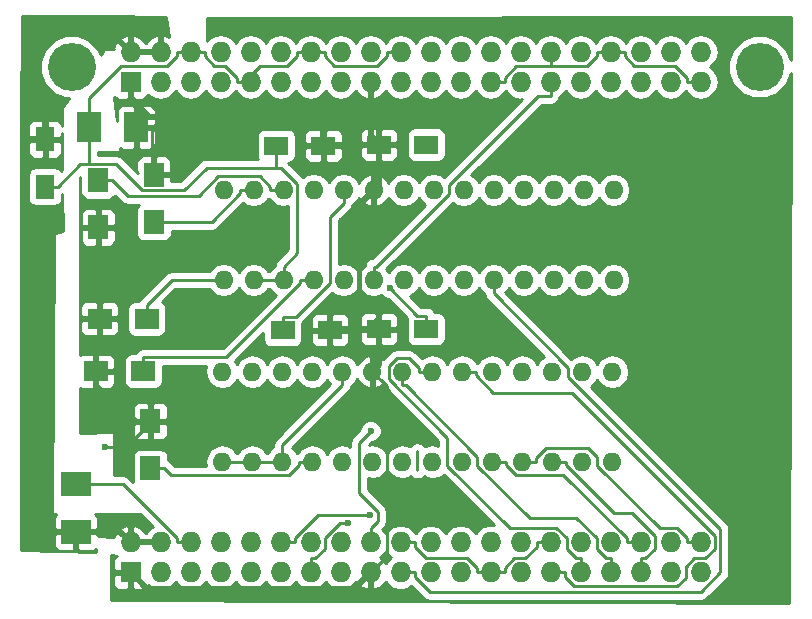
<source format=gbr>
G04 #@! TF.FileFunction,Copper,L1,Top,Signal*
%FSLAX46Y46*%
G04 Gerber Fmt 4.6, Leading zero omitted, Abs format (unit mm)*
G04 Created by KiCad (PCBNEW 4.0.1-3.201512221401+6198~38~ubuntu15.10.1-stable) date Mon 19 Dec 2016 04:42:47 PM PST*
%MOMM*%
G01*
G04 APERTURE LIST*
%ADD10C,0.100000*%
%ADD11C,4.064000*%
%ADD12R,2.000000X1.600000*%
%ADD13R,2.000000X2.500000*%
%ADD14R,1.727200X1.727200*%
%ADD15O,1.727200X1.727200*%
%ADD16R,2.000000X1.700000*%
%ADD17R,1.700000X2.000000*%
%ADD18O,1.600000X1.600000*%
%ADD19R,2.500000X2.000000*%
%ADD20R,1.600000X2.000000*%
%ADD21C,0.600000*%
%ADD22C,0.250000*%
%ADD23C,0.500000*%
%ADD24C,0.400000*%
%ADD25C,0.254000*%
G04 APERTURE END LIST*
D10*
D11*
X100000000Y-50000000D03*
D12*
X121875000Y-72290000D03*
X117875000Y-72290000D03*
X126030000Y-72200000D03*
X130030000Y-72200000D03*
D13*
X105480000Y-55115000D03*
X101480000Y-55115000D03*
D12*
X121335000Y-56670000D03*
X117335000Y-56670000D03*
X126030000Y-56580000D03*
X130030000Y-56580000D03*
D14*
X105000000Y-92795000D03*
D15*
X105000000Y-90255000D03*
X107540000Y-92795000D03*
X107540000Y-90255000D03*
X110080000Y-92795000D03*
X110080000Y-90255000D03*
X112620000Y-92795000D03*
X112620000Y-90255000D03*
X115160000Y-92795000D03*
X115160000Y-90255000D03*
X117700000Y-92795000D03*
X117700000Y-90255000D03*
X120240000Y-92795000D03*
X120240000Y-90255000D03*
X122780000Y-92795000D03*
X122780000Y-90255000D03*
X125320000Y-92795000D03*
X125320000Y-90255000D03*
X127860000Y-92795000D03*
X127860000Y-90255000D03*
X130400000Y-92795000D03*
X130400000Y-90255000D03*
X132940000Y-92795000D03*
X132940000Y-90255000D03*
X135480000Y-92795000D03*
X135480000Y-90255000D03*
X138020000Y-92795000D03*
X138020000Y-90255000D03*
X140560000Y-92795000D03*
X140560000Y-90255000D03*
X143100000Y-92795000D03*
X143100000Y-90255000D03*
X145640000Y-92795000D03*
X145640000Y-90255000D03*
X148180000Y-92795000D03*
X148180000Y-90255000D03*
X150720000Y-92795000D03*
X150720000Y-90255000D03*
X153260000Y-92795000D03*
X153260000Y-90255000D03*
D14*
X105000000Y-51275000D03*
D15*
X105000000Y-48735000D03*
X107540000Y-51275000D03*
X107540000Y-48735000D03*
X110080000Y-51275000D03*
X110080000Y-48735000D03*
X112620000Y-51275000D03*
X112620000Y-48735000D03*
X115160000Y-51275000D03*
X115160000Y-48735000D03*
X117700000Y-51275000D03*
X117700000Y-48735000D03*
X120240000Y-51275000D03*
X120240000Y-48735000D03*
X122780000Y-51275000D03*
X122780000Y-48735000D03*
X125320000Y-51275000D03*
X125320000Y-48735000D03*
X127860000Y-51275000D03*
X127860000Y-48735000D03*
X130400000Y-51275000D03*
X130400000Y-48735000D03*
X132940000Y-51275000D03*
X132940000Y-48735000D03*
X135480000Y-51275000D03*
X135480000Y-48735000D03*
X138020000Y-51275000D03*
X138020000Y-48735000D03*
X140560000Y-51275000D03*
X140560000Y-48735000D03*
X143100000Y-51275000D03*
X143100000Y-48735000D03*
X145640000Y-51275000D03*
X145640000Y-48735000D03*
X148180000Y-51275000D03*
X148180000Y-48735000D03*
X150720000Y-51275000D03*
X150720000Y-48735000D03*
X153260000Y-51275000D03*
X153260000Y-48735000D03*
D16*
X102370000Y-71335000D03*
X106370000Y-71335000D03*
X102065000Y-75760000D03*
X106065000Y-75760000D03*
D17*
X102250000Y-63590000D03*
X102250000Y-59590000D03*
X106980000Y-59130000D03*
X106980000Y-63130000D03*
X106675000Y-80000000D03*
X106675000Y-84000000D03*
D18*
X145890000Y-60430000D03*
X143350000Y-60430000D03*
X140810000Y-60430000D03*
X138270000Y-60430000D03*
X135730000Y-60430000D03*
X133190000Y-60430000D03*
X130650000Y-60430000D03*
X128110000Y-60430000D03*
X125570000Y-60430000D03*
X123030000Y-60430000D03*
X120490000Y-60430000D03*
X117950000Y-60430000D03*
X115410000Y-60430000D03*
X112870000Y-60430000D03*
X112870000Y-68050000D03*
X115410000Y-68050000D03*
X117950000Y-68050000D03*
X120490000Y-68050000D03*
X123030000Y-68050000D03*
X125570000Y-68050000D03*
X128110000Y-68050000D03*
X130650000Y-68050000D03*
X133190000Y-68050000D03*
X135730000Y-68050000D03*
X138270000Y-68050000D03*
X140810000Y-68050000D03*
X143350000Y-68050000D03*
X145890000Y-68050000D03*
X145785000Y-75810000D03*
X143245000Y-75810000D03*
X140705000Y-75810000D03*
X138165000Y-75810000D03*
X135625000Y-75810000D03*
X133085000Y-75810000D03*
X130545000Y-75810000D03*
X128005000Y-75810000D03*
X125465000Y-75810000D03*
X122925000Y-75810000D03*
X120385000Y-75810000D03*
X117845000Y-75810000D03*
X115305000Y-75810000D03*
X112765000Y-75810000D03*
X112765000Y-83430000D03*
X115305000Y-83430000D03*
X117845000Y-83430000D03*
X120385000Y-83430000D03*
X122925000Y-83430000D03*
X125465000Y-83430000D03*
X128005000Y-83430000D03*
X130545000Y-83430000D03*
X133085000Y-83430000D03*
X135625000Y-83430000D03*
X138165000Y-83430000D03*
X140705000Y-83430000D03*
X143245000Y-83430000D03*
X145785000Y-83430000D03*
D11*
X158260000Y-50000000D03*
D19*
X100375000Y-89355000D03*
X100375000Y-85355000D03*
D20*
X97760000Y-56130000D03*
X97760000Y-60130000D03*
D21*
X102830000Y-82210000D03*
X126968400Y-68753600D03*
X125274800Y-87935100D03*
X123414700Y-88637300D03*
X125328400Y-80832200D03*
D22*
X129265000Y-82520000D02*
X129265000Y-83894922D01*
X129265000Y-83894922D02*
X129280000Y-83909922D01*
X129265000Y-84170000D02*
X129265000Y-82520000D01*
X126671399Y-84900000D02*
X126671399Y-77016399D01*
X126671399Y-91443601D02*
X126671399Y-84900000D01*
X126671399Y-84900000D02*
X126665000Y-84900000D01*
X125320000Y-92795000D02*
X126671399Y-91443601D01*
X126671399Y-77016399D02*
X126264999Y-76609999D01*
X126264999Y-76609999D02*
X125465000Y-75810000D01*
D23*
X124456000Y-93658600D02*
X125320000Y-92795000D01*
X124006000Y-94108600D02*
X124456000Y-93658600D01*
D24*
X106314000Y-94108600D02*
X124006000Y-94108600D01*
D23*
X105000000Y-92795000D02*
X106314000Y-94108600D01*
D22*
X106675000Y-80150000D02*
X106675000Y-80000000D01*
X104615000Y-82210000D02*
X106675000Y-80150000D01*
X102830000Y-82210000D02*
X104615000Y-82210000D01*
D23*
X126030000Y-75245000D02*
X125465000Y-75810000D01*
X126030000Y-72200000D02*
X126030000Y-75245000D01*
X126030000Y-71390000D02*
X126030000Y-72200000D01*
X121965000Y-72200000D02*
X121875000Y-72290000D01*
X126030000Y-72200000D02*
X121965000Y-72200000D01*
X126030000Y-59970000D02*
X125570000Y-60430000D01*
X126030000Y-56580000D02*
X126030000Y-59970000D01*
X121425000Y-56580000D02*
X121335000Y-56670000D01*
X126030000Y-56580000D02*
X121425000Y-56580000D01*
X125320000Y-55870000D02*
X126030000Y-56580000D01*
X125320000Y-51275000D02*
X125320000Y-55870000D01*
X126030000Y-70900000D02*
X126030000Y-71390000D01*
X124320000Y-69190000D02*
X126030000Y-70900000D01*
D24*
X124320000Y-61680000D02*
X124320000Y-69190000D01*
D23*
X125570000Y-60430000D02*
X124320000Y-61680000D01*
X126030000Y-71390000D02*
X125465000Y-71955000D01*
X105000000Y-52638600D02*
X106596000Y-54235000D01*
X105000000Y-51275000D02*
X105000000Y-52638600D01*
X121335000Y-54865000D02*
X121335000Y-56670000D01*
X120705000Y-54235000D02*
X121335000Y-54865000D01*
X106596000Y-54235000D02*
X120705000Y-54235000D01*
D22*
X102370000Y-65035300D02*
X102370000Y-71335000D01*
X102250000Y-64915300D02*
X102370000Y-65035300D01*
X102250000Y-63590000D02*
X102250000Y-64915300D01*
X106360000Y-54235000D02*
X105480000Y-55115000D01*
X106596000Y-54235000D02*
X106360000Y-54235000D01*
X106805300Y-57630000D02*
X106980000Y-57804700D01*
X106805300Y-55115000D02*
X106805300Y-57630000D01*
X105480000Y-55115000D02*
X106805300Y-55115000D01*
X106980000Y-59130000D02*
X106980000Y-57804700D01*
X102065000Y-76860000D02*
X102065000Y-75760000D01*
X102645000Y-77440000D02*
X102065000Y-76860000D01*
X103015000Y-77440000D02*
X102645000Y-77440000D01*
X105575000Y-80000000D02*
X103015000Y-77440000D01*
X106675000Y-80000000D02*
X105575000Y-80000000D01*
X102065000Y-72815300D02*
X102370000Y-72510300D01*
X102065000Y-75760000D02*
X102065000Y-72815300D01*
X102370000Y-71335000D02*
X102370000Y-72510300D01*
X119000300Y-71164700D02*
X117875000Y-71164700D01*
X121904700Y-68260300D02*
X119000300Y-71164700D01*
X121904700Y-62680600D02*
X121904700Y-68260300D01*
X123030000Y-61555300D02*
X121904700Y-62680600D01*
X123030000Y-60430000D02*
X123030000Y-61555300D01*
X117875000Y-72290000D02*
X117875000Y-71164700D01*
X130030000Y-72200000D02*
X130030000Y-71074700D01*
X129289500Y-71074700D02*
X130030000Y-71074700D01*
X126968400Y-68753600D02*
X129289500Y-71074700D01*
X115305000Y-83430000D02*
X112765000Y-83430000D01*
X122925000Y-75810000D02*
X122925000Y-76935300D01*
X135480000Y-51275000D02*
X136668900Y-51275000D01*
X117845000Y-82015300D02*
X117845000Y-83430000D01*
X122925000Y-76935300D02*
X117845000Y-82015300D01*
X115305000Y-83430000D02*
X116430300Y-83430000D01*
X117845000Y-83430000D02*
X116430300Y-83430000D01*
X136668900Y-92423400D02*
X136668900Y-92795000D01*
X137486200Y-91606100D02*
X136668900Y-92423400D01*
X138391600Y-91606100D02*
X137486200Y-91606100D01*
X139371100Y-90626600D02*
X138391600Y-91606100D01*
X139371100Y-90255000D02*
X139371100Y-90626600D01*
X140560000Y-90255000D02*
X139371100Y-90255000D01*
X135480000Y-92795000D02*
X136668900Y-92795000D01*
X140560000Y-48735000D02*
X140560000Y-49923900D01*
X137648400Y-49923900D02*
X140560000Y-49923900D01*
X136668900Y-50903400D02*
X137648400Y-49923900D01*
X136668900Y-51275000D02*
X136668900Y-50903400D01*
X144451100Y-49106600D02*
X144451100Y-48735000D01*
X143633800Y-49923900D02*
X144451100Y-49106600D01*
X140560000Y-49923900D02*
X143633800Y-49923900D01*
X145640000Y-48735000D02*
X144451100Y-48735000D01*
X146828900Y-49106600D02*
X146828900Y-48735000D01*
X147646200Y-49923900D02*
X146828900Y-49106600D01*
X151091600Y-49923900D02*
X147646200Y-49923900D01*
X152071100Y-50903400D02*
X151091600Y-49923900D01*
X152071100Y-51275000D02*
X152071100Y-50903400D01*
X153260000Y-51275000D02*
X152071100Y-51275000D01*
X145640000Y-48735000D02*
X146828900Y-48735000D01*
X117950000Y-68050000D02*
X115410000Y-68050000D01*
X117335000Y-56670000D02*
X117335000Y-57795300D01*
X117950000Y-68050000D02*
X117950000Y-66924700D01*
X108891100Y-49106600D02*
X108891100Y-48735000D01*
X108073800Y-49923900D02*
X108891100Y-49106600D01*
X104160100Y-49923900D02*
X108073800Y-49923900D01*
X101480000Y-52604000D02*
X104160100Y-49923900D01*
X101480000Y-55115000D02*
X101480000Y-52604000D01*
X110080000Y-48735000D02*
X108891100Y-48735000D01*
X111268900Y-49106600D02*
X111268900Y-48735000D01*
X112086200Y-49923900D02*
X111268900Y-49106600D01*
X112991600Y-49923900D02*
X112086200Y-49923900D01*
X113971100Y-50903400D02*
X112991600Y-49923900D01*
X113971100Y-51275000D02*
X113971100Y-50903400D01*
X110080000Y-48735000D02*
X111268900Y-48735000D01*
X115160000Y-51275000D02*
X114571500Y-51275000D01*
X114571500Y-51275000D02*
X113971100Y-51275000D01*
X119051100Y-49106600D02*
X119051100Y-48735000D01*
X118233800Y-49923900D02*
X119051100Y-49106600D01*
X115922600Y-49923900D02*
X118233800Y-49923900D01*
X114571500Y-51275000D02*
X115922600Y-49923900D01*
X120240000Y-48735000D02*
X119051100Y-48735000D01*
X121428900Y-49106600D02*
X121428900Y-48735000D01*
X122246200Y-49923900D02*
X121428900Y-49106600D01*
X125853700Y-49923900D02*
X122246200Y-49923900D01*
X126671100Y-49106500D02*
X125853700Y-49923900D01*
X126671100Y-48735000D02*
X126671100Y-49106500D01*
X127860000Y-48735000D02*
X126671100Y-48735000D01*
X120240000Y-48735000D02*
X121428900Y-48735000D01*
X104362600Y-85355000D02*
X100375000Y-85355000D01*
X108891100Y-89883500D02*
X104362600Y-85355000D01*
X108891100Y-90255000D02*
X108891100Y-89883500D01*
X110080000Y-90255000D02*
X108891100Y-90255000D01*
X117335000Y-58542200D02*
X117335000Y-57795300D01*
X117708400Y-58542200D02*
X117335000Y-58542200D01*
X119102200Y-59936000D02*
X117708400Y-58542200D01*
X119102200Y-65772500D02*
X119102200Y-59936000D01*
X117950000Y-66924700D02*
X119102200Y-65772500D01*
X101480000Y-55115000D02*
X101480000Y-56690300D01*
X97760000Y-60130000D02*
X98885300Y-60130000D01*
X101480000Y-58264600D02*
X101480000Y-56690300D01*
X103797100Y-58264600D02*
X101480000Y-58264600D01*
X105987900Y-60455400D02*
X103797100Y-58264600D01*
X109530400Y-60455400D02*
X105987900Y-60455400D01*
X111443600Y-58542200D02*
X109530400Y-60455400D01*
X117335000Y-58542200D02*
X111443600Y-58542200D01*
X100750700Y-58264600D02*
X98885300Y-60130000D01*
X101480000Y-58264600D02*
X100750700Y-58264600D01*
X134291100Y-92423400D02*
X134291100Y-92795000D01*
X133473800Y-91606100D02*
X134291100Y-92423400D01*
X130028400Y-91606100D02*
X133473800Y-91606100D01*
X129048900Y-90626600D02*
X130028400Y-91606100D01*
X129048900Y-90255000D02*
X129048900Y-90626600D01*
X127860000Y-90255000D02*
X129048900Y-90255000D01*
X135480000Y-92795000D02*
X134291100Y-92795000D01*
D23*
X105000000Y-90255000D02*
X107540000Y-90255000D01*
X104100000Y-89355000D02*
X105000000Y-90255000D01*
X100375000Y-89355000D02*
X104100000Y-89355000D01*
X97590000Y-89355000D02*
X100375000Y-89355000D01*
X96075000Y-87840000D02*
X97590000Y-89355000D01*
X96075000Y-56515000D02*
X96075000Y-87840000D01*
X96460000Y-56130000D02*
X96075000Y-56515000D01*
X97760000Y-56130000D02*
X96460000Y-56130000D01*
X97760000Y-54020000D02*
X97760000Y-56130000D01*
X96320000Y-52580000D02*
X97760000Y-54020000D01*
X96320000Y-47100000D02*
X96320000Y-52580000D01*
X97320000Y-46100000D02*
X96320000Y-47100000D01*
X102365000Y-46100000D02*
X97320000Y-46100000D01*
X105000000Y-48735000D02*
X102365000Y-46100000D01*
X107540000Y-48735000D02*
X105000000Y-48735000D01*
D22*
X118888900Y-89883500D02*
X118888900Y-90255000D01*
X120837300Y-87935100D02*
X118888900Y-89883500D01*
X125274800Y-87935100D02*
X120837300Y-87935100D01*
X117700000Y-90255000D02*
X118888900Y-90255000D01*
X120611600Y-91606100D02*
X120240000Y-91606100D01*
X121428900Y-90788800D02*
X120611600Y-91606100D01*
X121428900Y-89919800D02*
X121428900Y-90788800D01*
X122711400Y-88637300D02*
X121428900Y-89919800D01*
X123414700Y-88637300D02*
X122711400Y-88637300D01*
X120240000Y-92795000D02*
X120240000Y-91606100D01*
X125915700Y-88470400D02*
X125320000Y-89066100D01*
X125915700Y-87651700D02*
X125915700Y-88470400D01*
X124336700Y-86072700D02*
X125915700Y-87651700D01*
X124336700Y-81823900D02*
X124336700Y-86072700D01*
X125328400Y-80832200D02*
X124336700Y-81823900D01*
X125320000Y-90255000D02*
X125320000Y-89066100D01*
X129048900Y-93166500D02*
X129048900Y-92795000D01*
X130333300Y-94450900D02*
X129048900Y-93166500D01*
X153288900Y-94450900D02*
X130333300Y-94450900D01*
X154932000Y-92807800D02*
X153288900Y-94450900D01*
X154932000Y-89125600D02*
X154932000Y-92807800D01*
X142071200Y-76264800D02*
X154932000Y-89125600D01*
X142071200Y-75516500D02*
X142071200Y-76264800D01*
X135730000Y-69175300D02*
X142071200Y-75516500D01*
X135730000Y-68050000D02*
X135730000Y-69175300D01*
X127860000Y-92795000D02*
X129048900Y-92795000D01*
X133085000Y-75810000D02*
X134210300Y-75810000D01*
X140560000Y-92795000D02*
X141748900Y-92795000D01*
X141748900Y-93166600D02*
X141748900Y-92795000D01*
X142566200Y-93983900D02*
X141748900Y-93166600D01*
X151280400Y-93983900D02*
X142566200Y-93983900D01*
X151990000Y-93274300D02*
X151280400Y-93983900D01*
X151990000Y-92361700D02*
X151990000Y-93274300D01*
X152745700Y-91606000D02*
X151990000Y-92361700D01*
X153655700Y-91606000D02*
X152745700Y-91606000D01*
X154451100Y-90810600D02*
X153655700Y-91606000D01*
X154451100Y-89688500D02*
X154451100Y-90810600D01*
X142334800Y-77572200D02*
X154451100Y-89688500D01*
X135691100Y-77572200D02*
X142334800Y-77572200D01*
X134210300Y-76091400D02*
X135691100Y-77572200D01*
X134210300Y-75810000D02*
X134210300Y-76091400D01*
X142728400Y-91606100D02*
X143100000Y-91606100D01*
X141911100Y-90788800D02*
X142728400Y-91606100D01*
X141911100Y-89924600D02*
X141911100Y-90788800D01*
X141031500Y-89045000D02*
X141911100Y-89924600D01*
X137100700Y-89045000D02*
X141031500Y-89045000D01*
X131815000Y-83759300D02*
X137100700Y-89045000D01*
X131815000Y-81382200D02*
X131815000Y-83759300D01*
X126871600Y-76438800D02*
X131815000Y-81382200D01*
X126871600Y-75331900D02*
X126871600Y-76438800D01*
X127523800Y-74679700D02*
X126871600Y-75331900D01*
X128570700Y-74679700D02*
X127523800Y-74679700D01*
X129419700Y-75528700D02*
X128570700Y-74679700D01*
X129419700Y-75810000D02*
X129419700Y-75528700D01*
X130545000Y-75810000D02*
X129419700Y-75810000D01*
X143100000Y-92795000D02*
X143100000Y-91606100D01*
X128005000Y-75810000D02*
X128005000Y-76935300D01*
X145640000Y-92795000D02*
X145640000Y-91606100D01*
X128286300Y-76935300D02*
X128005000Y-76935300D01*
X134355000Y-83004000D02*
X128286300Y-76935300D01*
X134355000Y-83760100D02*
X134355000Y-83004000D01*
X138790900Y-88196000D02*
X134355000Y-83760100D01*
X142727900Y-88196000D02*
X138790900Y-88196000D01*
X144451100Y-89919200D02*
X142727900Y-88196000D01*
X144451100Y-90788800D02*
X144451100Y-89919200D01*
X145268400Y-91606100D02*
X144451100Y-90788800D01*
X145640000Y-91606100D02*
X145268400Y-91606100D01*
X148551600Y-91606100D02*
X148180000Y-91606100D01*
X149368900Y-90788800D02*
X148551600Y-91606100D01*
X149368900Y-89761400D02*
X149368900Y-90788800D01*
X147419500Y-87812000D02*
X149368900Y-89761400D01*
X145966300Y-87812000D02*
X147419500Y-87812000D01*
X141830300Y-83676000D02*
X145966300Y-87812000D01*
X141830300Y-83430000D02*
X141830300Y-83676000D01*
X140705000Y-83430000D02*
X141830300Y-83430000D01*
X148180000Y-92795000D02*
X148180000Y-91606100D01*
X146991100Y-89924600D02*
X146991100Y-90255000D01*
X141621800Y-84555300D02*
X146991100Y-89924600D01*
X137594200Y-84555300D02*
X141621800Y-84555300D01*
X136750300Y-83711400D02*
X137594200Y-84555300D01*
X136750300Y-83430000D02*
X136750300Y-83711400D01*
X135625000Y-83430000D02*
X136750300Y-83430000D01*
X148180000Y-90255000D02*
X146991100Y-90255000D01*
X152071100Y-89883400D02*
X152071100Y-90255000D01*
X151253800Y-89066100D02*
X152071100Y-89883400D01*
X149827600Y-89066100D02*
X151253800Y-89066100D01*
X144515000Y-83753500D02*
X149827600Y-89066100D01*
X144515000Y-83043300D02*
X144515000Y-83753500D01*
X143750800Y-82279100D02*
X144515000Y-83043300D01*
X140159900Y-82279100D02*
X143750800Y-82279100D01*
X139290300Y-83148700D02*
X140159900Y-82279100D01*
X139290300Y-83430000D02*
X139290300Y-83148700D01*
X138165000Y-83430000D02*
X139290300Y-83430000D01*
X153260000Y-90255000D02*
X152071100Y-90255000D01*
X111866000Y-63130000D02*
X106980000Y-63130000D01*
X114284700Y-60711300D02*
X111866000Y-63130000D01*
X114284700Y-60430000D02*
X114284700Y-60711300D01*
X115410000Y-60430000D02*
X114284700Y-60430000D01*
X117950000Y-60430000D02*
X116824700Y-60430000D01*
X102250000Y-59590000D02*
X103425300Y-59590000D01*
X116824700Y-60148700D02*
X116824700Y-60430000D01*
X115955600Y-59279600D02*
X116824700Y-60148700D01*
X112399400Y-59279600D02*
X115955600Y-59279600D01*
X110768700Y-60910300D02*
X112399400Y-59279600D01*
X104745600Y-60910300D02*
X110768700Y-60910300D01*
X103425300Y-59590000D02*
X104745600Y-60910300D01*
X139482000Y-52463900D02*
X140560000Y-52463900D01*
X131920000Y-60025900D02*
X139482000Y-52463900D01*
X131920000Y-60802200D02*
X131920000Y-60025900D01*
X125797500Y-66924700D02*
X131920000Y-60802200D01*
X125570000Y-66924700D02*
X125797500Y-66924700D01*
X125570000Y-68050000D02*
X125570000Y-66924700D01*
X140560000Y-51275000D02*
X140560000Y-52463900D01*
X108479700Y-68050000D02*
X106370000Y-70159700D01*
X112870000Y-68050000D02*
X108479700Y-68050000D01*
X106370000Y-71335000D02*
X106370000Y-70159700D01*
X119364700Y-68331400D02*
X119364700Y-68050000D01*
X113111400Y-74584700D02*
X119364700Y-68331400D01*
X106065000Y-74584700D02*
X113111400Y-74584700D01*
X106065000Y-75760000D02*
X106065000Y-74584700D01*
X120490000Y-68050000D02*
X119364700Y-68050000D01*
X108415700Y-84565400D02*
X107850300Y-84000000D01*
X118405600Y-84565400D02*
X108415700Y-84565400D01*
X119259700Y-83711300D02*
X118405600Y-84565400D01*
X119259700Y-83430000D02*
X119259700Y-83711300D01*
X120385000Y-83430000D02*
X119259700Y-83430000D01*
X106675000Y-84000000D02*
X107850300Y-84000000D01*
D25*
G36*
X160919287Y-49452044D02*
X160522291Y-48491239D01*
X159772707Y-47740345D01*
X158792827Y-47333464D01*
X157731828Y-47332538D01*
X156751239Y-47737709D01*
X156000345Y-48487293D01*
X155593464Y-49467173D01*
X155592538Y-50528172D01*
X155997709Y-51508761D01*
X156747293Y-52259655D01*
X157727173Y-52666536D01*
X158788172Y-52667462D01*
X159768761Y-52262291D01*
X160519655Y-51512707D01*
X160915287Y-50559919D01*
X160753460Y-95372472D01*
X103337000Y-95133527D01*
X103337000Y-93080750D01*
X103501400Y-93080750D01*
X103501400Y-93784910D01*
X103598073Y-94018299D01*
X103776702Y-94196927D01*
X104010091Y-94293600D01*
X104714250Y-94293600D01*
X104873000Y-94134850D01*
X104873000Y-92922000D01*
X103660150Y-92922000D01*
X103501400Y-93080750D01*
X103337000Y-93080750D01*
X103337000Y-91364812D01*
X103819426Y-91375376D01*
X103776702Y-91393073D01*
X103598073Y-91571701D01*
X103501400Y-91805090D01*
X103501400Y-92509250D01*
X103660150Y-92668000D01*
X104873000Y-92668000D01*
X104873000Y-92648000D01*
X105127000Y-92648000D01*
X105127000Y-92668000D01*
X105147000Y-92668000D01*
X105147000Y-92922000D01*
X105127000Y-92922000D01*
X105127000Y-94134850D01*
X105285750Y-94293600D01*
X105989909Y-94293600D01*
X106223298Y-94196927D01*
X106401927Y-94018299D01*
X106465644Y-93864474D01*
X106937152Y-94179526D01*
X107510641Y-94293600D01*
X107569359Y-94293600D01*
X108142848Y-94179526D01*
X108629029Y-93854670D01*
X108810000Y-93583828D01*
X108990971Y-93854670D01*
X109477152Y-94179526D01*
X110050641Y-94293600D01*
X110109359Y-94293600D01*
X110682848Y-94179526D01*
X111169029Y-93854670D01*
X111350000Y-93583828D01*
X111530971Y-93854670D01*
X112017152Y-94179526D01*
X112590641Y-94293600D01*
X112649359Y-94293600D01*
X113222848Y-94179526D01*
X113709029Y-93854670D01*
X113890000Y-93583828D01*
X114070971Y-93854670D01*
X114557152Y-94179526D01*
X115130641Y-94293600D01*
X115189359Y-94293600D01*
X115762848Y-94179526D01*
X116249029Y-93854670D01*
X116430000Y-93583828D01*
X116610971Y-93854670D01*
X117097152Y-94179526D01*
X117670641Y-94293600D01*
X117729359Y-94293600D01*
X118302848Y-94179526D01*
X118789029Y-93854670D01*
X118970000Y-93583828D01*
X119150971Y-93854670D01*
X119637152Y-94179526D01*
X120210641Y-94293600D01*
X120269359Y-94293600D01*
X120842848Y-94179526D01*
X121329029Y-93854670D01*
X121510000Y-93583828D01*
X121690971Y-93854670D01*
X122177152Y-94179526D01*
X122750641Y-94293600D01*
X122809359Y-94293600D01*
X123382848Y-94179526D01*
X123869029Y-93854670D01*
X124049992Y-93583839D01*
X124431510Y-94001821D01*
X124960973Y-94249968D01*
X125193000Y-94129469D01*
X125193000Y-92922000D01*
X125173000Y-92922000D01*
X125173000Y-92668000D01*
X125193000Y-92668000D01*
X125193000Y-92648000D01*
X125447000Y-92648000D01*
X125447000Y-92668000D01*
X125467000Y-92668000D01*
X125467000Y-92922000D01*
X125447000Y-92922000D01*
X125447000Y-94129469D01*
X125679027Y-94249968D01*
X126208490Y-94001821D01*
X126590008Y-93583839D01*
X126770971Y-93854670D01*
X127257152Y-94179526D01*
X127830641Y-94293600D01*
X127889359Y-94293600D01*
X128462848Y-94179526D01*
X128777128Y-93969530D01*
X129795899Y-94988301D01*
X130042461Y-95153048D01*
X130333300Y-95210900D01*
X153288900Y-95210900D01*
X153579739Y-95153048D01*
X153826301Y-94988301D01*
X155469401Y-93345201D01*
X155634148Y-93098640D01*
X155692000Y-92807800D01*
X155692000Y-89125600D01*
X155634148Y-88834761D01*
X155469401Y-88588199D01*
X143944573Y-77063371D01*
X144259698Y-76852811D01*
X144515000Y-76470725D01*
X144770302Y-76852811D01*
X145235849Y-77163880D01*
X145785000Y-77273113D01*
X146334151Y-77163880D01*
X146799698Y-76852811D01*
X147110767Y-76387264D01*
X147220000Y-75838113D01*
X147220000Y-75781887D01*
X147110767Y-75232736D01*
X146799698Y-74767189D01*
X146334151Y-74456120D01*
X145785000Y-74346887D01*
X145235849Y-74456120D01*
X144770302Y-74767189D01*
X144515000Y-75149275D01*
X144259698Y-74767189D01*
X143794151Y-74456120D01*
X143245000Y-74346887D01*
X142695849Y-74456120D01*
X142330045Y-74700543D01*
X136731279Y-69101777D01*
X136744698Y-69092811D01*
X137000000Y-68710725D01*
X137255302Y-69092811D01*
X137720849Y-69403880D01*
X138270000Y-69513113D01*
X138819151Y-69403880D01*
X139284698Y-69092811D01*
X139540000Y-68710725D01*
X139795302Y-69092811D01*
X140260849Y-69403880D01*
X140810000Y-69513113D01*
X141359151Y-69403880D01*
X141824698Y-69092811D01*
X142080000Y-68710725D01*
X142335302Y-69092811D01*
X142800849Y-69403880D01*
X143350000Y-69513113D01*
X143899151Y-69403880D01*
X144364698Y-69092811D01*
X144620000Y-68710725D01*
X144875302Y-69092811D01*
X145340849Y-69403880D01*
X145890000Y-69513113D01*
X146439151Y-69403880D01*
X146904698Y-69092811D01*
X147215767Y-68627264D01*
X147325000Y-68078113D01*
X147325000Y-68021887D01*
X147215767Y-67472736D01*
X146904698Y-67007189D01*
X146439151Y-66696120D01*
X145890000Y-66586887D01*
X145340849Y-66696120D01*
X144875302Y-67007189D01*
X144620000Y-67389275D01*
X144364698Y-67007189D01*
X143899151Y-66696120D01*
X143350000Y-66586887D01*
X142800849Y-66696120D01*
X142335302Y-67007189D01*
X142080000Y-67389275D01*
X141824698Y-67007189D01*
X141359151Y-66696120D01*
X140810000Y-66586887D01*
X140260849Y-66696120D01*
X139795302Y-67007189D01*
X139540000Y-67389275D01*
X139284698Y-67007189D01*
X138819151Y-66696120D01*
X138270000Y-66586887D01*
X137720849Y-66696120D01*
X137255302Y-67007189D01*
X137000000Y-67389275D01*
X136744698Y-67007189D01*
X136279151Y-66696120D01*
X135730000Y-66586887D01*
X135180849Y-66696120D01*
X134715302Y-67007189D01*
X134460000Y-67389275D01*
X134204698Y-67007189D01*
X133739151Y-66696120D01*
X133190000Y-66586887D01*
X132640849Y-66696120D01*
X132175302Y-67007189D01*
X131920000Y-67389275D01*
X131664698Y-67007189D01*
X131199151Y-66696120D01*
X130650000Y-66586887D01*
X130100849Y-66696120D01*
X129635302Y-67007189D01*
X129380000Y-67389275D01*
X129124698Y-67007189D01*
X128659151Y-66696120D01*
X128110000Y-66586887D01*
X127560849Y-66696120D01*
X127095302Y-67007189D01*
X126840000Y-67389275D01*
X126666856Y-67130146D01*
X132264554Y-61532448D01*
X132640849Y-61783880D01*
X133190000Y-61893113D01*
X133739151Y-61783880D01*
X134204698Y-61472811D01*
X134460000Y-61090725D01*
X134715302Y-61472811D01*
X135180849Y-61783880D01*
X135730000Y-61893113D01*
X136279151Y-61783880D01*
X136744698Y-61472811D01*
X137000000Y-61090725D01*
X137255302Y-61472811D01*
X137720849Y-61783880D01*
X138270000Y-61893113D01*
X138819151Y-61783880D01*
X139284698Y-61472811D01*
X139540000Y-61090725D01*
X139795302Y-61472811D01*
X140260849Y-61783880D01*
X140810000Y-61893113D01*
X141359151Y-61783880D01*
X141824698Y-61472811D01*
X142080000Y-61090725D01*
X142335302Y-61472811D01*
X142800849Y-61783880D01*
X143350000Y-61893113D01*
X143899151Y-61783880D01*
X144364698Y-61472811D01*
X144620000Y-61090725D01*
X144875302Y-61472811D01*
X145340849Y-61783880D01*
X145890000Y-61893113D01*
X146439151Y-61783880D01*
X146904698Y-61472811D01*
X147215767Y-61007264D01*
X147325000Y-60458113D01*
X147325000Y-60401887D01*
X147215767Y-59852736D01*
X146904698Y-59387189D01*
X146439151Y-59076120D01*
X145890000Y-58966887D01*
X145340849Y-59076120D01*
X144875302Y-59387189D01*
X144620000Y-59769275D01*
X144364698Y-59387189D01*
X143899151Y-59076120D01*
X143350000Y-58966887D01*
X142800849Y-59076120D01*
X142335302Y-59387189D01*
X142080000Y-59769275D01*
X141824698Y-59387189D01*
X141359151Y-59076120D01*
X140810000Y-58966887D01*
X140260849Y-59076120D01*
X139795302Y-59387189D01*
X139540000Y-59769275D01*
X139284698Y-59387189D01*
X138819151Y-59076120D01*
X138270000Y-58966887D01*
X137720849Y-59076120D01*
X137255302Y-59387189D01*
X137000000Y-59769275D01*
X136744698Y-59387189D01*
X136279151Y-59076120D01*
X135730000Y-58966887D01*
X135180849Y-59076120D01*
X134715302Y-59387189D01*
X134460000Y-59769275D01*
X134204698Y-59387189D01*
X133862298Y-59158404D01*
X139796802Y-53223900D01*
X140560000Y-53223900D01*
X140850839Y-53166048D01*
X141097401Y-53001301D01*
X141262148Y-52754739D01*
X141299211Y-52568411D01*
X141649029Y-52334670D01*
X141830000Y-52063828D01*
X142010971Y-52334670D01*
X142497152Y-52659526D01*
X143070641Y-52773600D01*
X143129359Y-52773600D01*
X143702848Y-52659526D01*
X144189029Y-52334670D01*
X144370000Y-52063828D01*
X144550971Y-52334670D01*
X145037152Y-52659526D01*
X145610641Y-52773600D01*
X145669359Y-52773600D01*
X146242848Y-52659526D01*
X146729029Y-52334670D01*
X146910000Y-52063828D01*
X147090971Y-52334670D01*
X147577152Y-52659526D01*
X148150641Y-52773600D01*
X148209359Y-52773600D01*
X148782848Y-52659526D01*
X149269029Y-52334670D01*
X149450000Y-52063828D01*
X149630971Y-52334670D01*
X150117152Y-52659526D01*
X150690641Y-52773600D01*
X150749359Y-52773600D01*
X151322848Y-52659526D01*
X151809029Y-52334670D01*
X151990000Y-52063828D01*
X152170971Y-52334670D01*
X152657152Y-52659526D01*
X153230641Y-52773600D01*
X153289359Y-52773600D01*
X153862848Y-52659526D01*
X154349029Y-52334670D01*
X154673885Y-51848489D01*
X154787959Y-51275000D01*
X154673885Y-50701511D01*
X154349029Y-50215330D01*
X154034248Y-50005000D01*
X154349029Y-49794670D01*
X154673885Y-49308489D01*
X154787959Y-48735000D01*
X154673885Y-48161511D01*
X154349029Y-47675330D01*
X153862848Y-47350474D01*
X153289359Y-47236400D01*
X153230641Y-47236400D01*
X152657152Y-47350474D01*
X152170971Y-47675330D01*
X151990000Y-47946172D01*
X151809029Y-47675330D01*
X151322848Y-47350474D01*
X150749359Y-47236400D01*
X150690641Y-47236400D01*
X150117152Y-47350474D01*
X149630971Y-47675330D01*
X149450000Y-47946172D01*
X149269029Y-47675330D01*
X148782848Y-47350474D01*
X148209359Y-47236400D01*
X148150641Y-47236400D01*
X147577152Y-47350474D01*
X147090971Y-47675330D01*
X146910000Y-47946172D01*
X146729029Y-47675330D01*
X146242848Y-47350474D01*
X145669359Y-47236400D01*
X145610641Y-47236400D01*
X145037152Y-47350474D01*
X144550971Y-47675330D01*
X144370000Y-47946172D01*
X144189029Y-47675330D01*
X143702848Y-47350474D01*
X143129359Y-47236400D01*
X143070641Y-47236400D01*
X142497152Y-47350474D01*
X142010971Y-47675330D01*
X141830000Y-47946172D01*
X141649029Y-47675330D01*
X141162848Y-47350474D01*
X140589359Y-47236400D01*
X140530641Y-47236400D01*
X139957152Y-47350474D01*
X139470971Y-47675330D01*
X139290000Y-47946172D01*
X139109029Y-47675330D01*
X138622848Y-47350474D01*
X138049359Y-47236400D01*
X137990641Y-47236400D01*
X137417152Y-47350474D01*
X136930971Y-47675330D01*
X136750000Y-47946172D01*
X136569029Y-47675330D01*
X136082848Y-47350474D01*
X135509359Y-47236400D01*
X135450641Y-47236400D01*
X134877152Y-47350474D01*
X134390971Y-47675330D01*
X134210000Y-47946172D01*
X134029029Y-47675330D01*
X133542848Y-47350474D01*
X132969359Y-47236400D01*
X132910641Y-47236400D01*
X132337152Y-47350474D01*
X131850971Y-47675330D01*
X131670000Y-47946172D01*
X131489029Y-47675330D01*
X131002848Y-47350474D01*
X130429359Y-47236400D01*
X130370641Y-47236400D01*
X129797152Y-47350474D01*
X129310971Y-47675330D01*
X129130000Y-47946172D01*
X128949029Y-47675330D01*
X128462848Y-47350474D01*
X127889359Y-47236400D01*
X127830641Y-47236400D01*
X127257152Y-47350474D01*
X126770971Y-47675330D01*
X126590000Y-47946172D01*
X126409029Y-47675330D01*
X125922848Y-47350474D01*
X125349359Y-47236400D01*
X125290641Y-47236400D01*
X124717152Y-47350474D01*
X124230971Y-47675330D01*
X124050000Y-47946172D01*
X123869029Y-47675330D01*
X123382848Y-47350474D01*
X122809359Y-47236400D01*
X122750641Y-47236400D01*
X122177152Y-47350474D01*
X121690971Y-47675330D01*
X121510000Y-47946172D01*
X121329029Y-47675330D01*
X120842848Y-47350474D01*
X120269359Y-47236400D01*
X120210641Y-47236400D01*
X119637152Y-47350474D01*
X119150971Y-47675330D01*
X118970000Y-47946172D01*
X118789029Y-47675330D01*
X118302848Y-47350474D01*
X117729359Y-47236400D01*
X117670641Y-47236400D01*
X117097152Y-47350474D01*
X116610971Y-47675330D01*
X116430000Y-47946172D01*
X116249029Y-47675330D01*
X115762848Y-47350474D01*
X115189359Y-47236400D01*
X115130641Y-47236400D01*
X114557152Y-47350474D01*
X114070971Y-47675330D01*
X113890000Y-47946172D01*
X113709029Y-47675330D01*
X113222848Y-47350474D01*
X112649359Y-47236400D01*
X112590641Y-47236400D01*
X112017152Y-47350474D01*
X111530971Y-47675330D01*
X111437000Y-47815967D01*
X111437000Y-45841847D01*
X160932540Y-45782154D01*
X160919287Y-49452044D01*
X160919287Y-49452044D01*
G37*
X160919287Y-49452044D02*
X160522291Y-48491239D01*
X159772707Y-47740345D01*
X158792827Y-47333464D01*
X157731828Y-47332538D01*
X156751239Y-47737709D01*
X156000345Y-48487293D01*
X155593464Y-49467173D01*
X155592538Y-50528172D01*
X155997709Y-51508761D01*
X156747293Y-52259655D01*
X157727173Y-52666536D01*
X158788172Y-52667462D01*
X159768761Y-52262291D01*
X160519655Y-51512707D01*
X160915287Y-50559919D01*
X160753460Y-95372472D01*
X103337000Y-95133527D01*
X103337000Y-93080750D01*
X103501400Y-93080750D01*
X103501400Y-93784910D01*
X103598073Y-94018299D01*
X103776702Y-94196927D01*
X104010091Y-94293600D01*
X104714250Y-94293600D01*
X104873000Y-94134850D01*
X104873000Y-92922000D01*
X103660150Y-92922000D01*
X103501400Y-93080750D01*
X103337000Y-93080750D01*
X103337000Y-91364812D01*
X103819426Y-91375376D01*
X103776702Y-91393073D01*
X103598073Y-91571701D01*
X103501400Y-91805090D01*
X103501400Y-92509250D01*
X103660150Y-92668000D01*
X104873000Y-92668000D01*
X104873000Y-92648000D01*
X105127000Y-92648000D01*
X105127000Y-92668000D01*
X105147000Y-92668000D01*
X105147000Y-92922000D01*
X105127000Y-92922000D01*
X105127000Y-94134850D01*
X105285750Y-94293600D01*
X105989909Y-94293600D01*
X106223298Y-94196927D01*
X106401927Y-94018299D01*
X106465644Y-93864474D01*
X106937152Y-94179526D01*
X107510641Y-94293600D01*
X107569359Y-94293600D01*
X108142848Y-94179526D01*
X108629029Y-93854670D01*
X108810000Y-93583828D01*
X108990971Y-93854670D01*
X109477152Y-94179526D01*
X110050641Y-94293600D01*
X110109359Y-94293600D01*
X110682848Y-94179526D01*
X111169029Y-93854670D01*
X111350000Y-93583828D01*
X111530971Y-93854670D01*
X112017152Y-94179526D01*
X112590641Y-94293600D01*
X112649359Y-94293600D01*
X113222848Y-94179526D01*
X113709029Y-93854670D01*
X113890000Y-93583828D01*
X114070971Y-93854670D01*
X114557152Y-94179526D01*
X115130641Y-94293600D01*
X115189359Y-94293600D01*
X115762848Y-94179526D01*
X116249029Y-93854670D01*
X116430000Y-93583828D01*
X116610971Y-93854670D01*
X117097152Y-94179526D01*
X117670641Y-94293600D01*
X117729359Y-94293600D01*
X118302848Y-94179526D01*
X118789029Y-93854670D01*
X118970000Y-93583828D01*
X119150971Y-93854670D01*
X119637152Y-94179526D01*
X120210641Y-94293600D01*
X120269359Y-94293600D01*
X120842848Y-94179526D01*
X121329029Y-93854670D01*
X121510000Y-93583828D01*
X121690971Y-93854670D01*
X122177152Y-94179526D01*
X122750641Y-94293600D01*
X122809359Y-94293600D01*
X123382848Y-94179526D01*
X123869029Y-93854670D01*
X124049992Y-93583839D01*
X124431510Y-94001821D01*
X124960973Y-94249968D01*
X125193000Y-94129469D01*
X125193000Y-92922000D01*
X125173000Y-92922000D01*
X125173000Y-92668000D01*
X125193000Y-92668000D01*
X125193000Y-92648000D01*
X125447000Y-92648000D01*
X125447000Y-92668000D01*
X125467000Y-92668000D01*
X125467000Y-92922000D01*
X125447000Y-92922000D01*
X125447000Y-94129469D01*
X125679027Y-94249968D01*
X126208490Y-94001821D01*
X126590008Y-93583839D01*
X126770971Y-93854670D01*
X127257152Y-94179526D01*
X127830641Y-94293600D01*
X127889359Y-94293600D01*
X128462848Y-94179526D01*
X128777128Y-93969530D01*
X129795899Y-94988301D01*
X130042461Y-95153048D01*
X130333300Y-95210900D01*
X153288900Y-95210900D01*
X153579739Y-95153048D01*
X153826301Y-94988301D01*
X155469401Y-93345201D01*
X155634148Y-93098640D01*
X155692000Y-92807800D01*
X155692000Y-89125600D01*
X155634148Y-88834761D01*
X155469401Y-88588199D01*
X143944573Y-77063371D01*
X144259698Y-76852811D01*
X144515000Y-76470725D01*
X144770302Y-76852811D01*
X145235849Y-77163880D01*
X145785000Y-77273113D01*
X146334151Y-77163880D01*
X146799698Y-76852811D01*
X147110767Y-76387264D01*
X147220000Y-75838113D01*
X147220000Y-75781887D01*
X147110767Y-75232736D01*
X146799698Y-74767189D01*
X146334151Y-74456120D01*
X145785000Y-74346887D01*
X145235849Y-74456120D01*
X144770302Y-74767189D01*
X144515000Y-75149275D01*
X144259698Y-74767189D01*
X143794151Y-74456120D01*
X143245000Y-74346887D01*
X142695849Y-74456120D01*
X142330045Y-74700543D01*
X136731279Y-69101777D01*
X136744698Y-69092811D01*
X137000000Y-68710725D01*
X137255302Y-69092811D01*
X137720849Y-69403880D01*
X138270000Y-69513113D01*
X138819151Y-69403880D01*
X139284698Y-69092811D01*
X139540000Y-68710725D01*
X139795302Y-69092811D01*
X140260849Y-69403880D01*
X140810000Y-69513113D01*
X141359151Y-69403880D01*
X141824698Y-69092811D01*
X142080000Y-68710725D01*
X142335302Y-69092811D01*
X142800849Y-69403880D01*
X143350000Y-69513113D01*
X143899151Y-69403880D01*
X144364698Y-69092811D01*
X144620000Y-68710725D01*
X144875302Y-69092811D01*
X145340849Y-69403880D01*
X145890000Y-69513113D01*
X146439151Y-69403880D01*
X146904698Y-69092811D01*
X147215767Y-68627264D01*
X147325000Y-68078113D01*
X147325000Y-68021887D01*
X147215767Y-67472736D01*
X146904698Y-67007189D01*
X146439151Y-66696120D01*
X145890000Y-66586887D01*
X145340849Y-66696120D01*
X144875302Y-67007189D01*
X144620000Y-67389275D01*
X144364698Y-67007189D01*
X143899151Y-66696120D01*
X143350000Y-66586887D01*
X142800849Y-66696120D01*
X142335302Y-67007189D01*
X142080000Y-67389275D01*
X141824698Y-67007189D01*
X141359151Y-66696120D01*
X140810000Y-66586887D01*
X140260849Y-66696120D01*
X139795302Y-67007189D01*
X139540000Y-67389275D01*
X139284698Y-67007189D01*
X138819151Y-66696120D01*
X138270000Y-66586887D01*
X137720849Y-66696120D01*
X137255302Y-67007189D01*
X137000000Y-67389275D01*
X136744698Y-67007189D01*
X136279151Y-66696120D01*
X135730000Y-66586887D01*
X135180849Y-66696120D01*
X134715302Y-67007189D01*
X134460000Y-67389275D01*
X134204698Y-67007189D01*
X133739151Y-66696120D01*
X133190000Y-66586887D01*
X132640849Y-66696120D01*
X132175302Y-67007189D01*
X131920000Y-67389275D01*
X131664698Y-67007189D01*
X131199151Y-66696120D01*
X130650000Y-66586887D01*
X130100849Y-66696120D01*
X129635302Y-67007189D01*
X129380000Y-67389275D01*
X129124698Y-67007189D01*
X128659151Y-66696120D01*
X128110000Y-66586887D01*
X127560849Y-66696120D01*
X127095302Y-67007189D01*
X126840000Y-67389275D01*
X126666856Y-67130146D01*
X132264554Y-61532448D01*
X132640849Y-61783880D01*
X133190000Y-61893113D01*
X133739151Y-61783880D01*
X134204698Y-61472811D01*
X134460000Y-61090725D01*
X134715302Y-61472811D01*
X135180849Y-61783880D01*
X135730000Y-61893113D01*
X136279151Y-61783880D01*
X136744698Y-61472811D01*
X137000000Y-61090725D01*
X137255302Y-61472811D01*
X137720849Y-61783880D01*
X138270000Y-61893113D01*
X138819151Y-61783880D01*
X139284698Y-61472811D01*
X139540000Y-61090725D01*
X139795302Y-61472811D01*
X140260849Y-61783880D01*
X140810000Y-61893113D01*
X141359151Y-61783880D01*
X141824698Y-61472811D01*
X142080000Y-61090725D01*
X142335302Y-61472811D01*
X142800849Y-61783880D01*
X143350000Y-61893113D01*
X143899151Y-61783880D01*
X144364698Y-61472811D01*
X144620000Y-61090725D01*
X144875302Y-61472811D01*
X145340849Y-61783880D01*
X145890000Y-61893113D01*
X146439151Y-61783880D01*
X146904698Y-61472811D01*
X147215767Y-61007264D01*
X147325000Y-60458113D01*
X147325000Y-60401887D01*
X147215767Y-59852736D01*
X146904698Y-59387189D01*
X146439151Y-59076120D01*
X145890000Y-58966887D01*
X145340849Y-59076120D01*
X144875302Y-59387189D01*
X144620000Y-59769275D01*
X144364698Y-59387189D01*
X143899151Y-59076120D01*
X143350000Y-58966887D01*
X142800849Y-59076120D01*
X142335302Y-59387189D01*
X142080000Y-59769275D01*
X141824698Y-59387189D01*
X141359151Y-59076120D01*
X140810000Y-58966887D01*
X140260849Y-59076120D01*
X139795302Y-59387189D01*
X139540000Y-59769275D01*
X139284698Y-59387189D01*
X138819151Y-59076120D01*
X138270000Y-58966887D01*
X137720849Y-59076120D01*
X137255302Y-59387189D01*
X137000000Y-59769275D01*
X136744698Y-59387189D01*
X136279151Y-59076120D01*
X135730000Y-58966887D01*
X135180849Y-59076120D01*
X134715302Y-59387189D01*
X134460000Y-59769275D01*
X134204698Y-59387189D01*
X133862298Y-59158404D01*
X139796802Y-53223900D01*
X140560000Y-53223900D01*
X140850839Y-53166048D01*
X141097401Y-53001301D01*
X141262148Y-52754739D01*
X141299211Y-52568411D01*
X141649029Y-52334670D01*
X141830000Y-52063828D01*
X142010971Y-52334670D01*
X142497152Y-52659526D01*
X143070641Y-52773600D01*
X143129359Y-52773600D01*
X143702848Y-52659526D01*
X144189029Y-52334670D01*
X144370000Y-52063828D01*
X144550971Y-52334670D01*
X145037152Y-52659526D01*
X145610641Y-52773600D01*
X145669359Y-52773600D01*
X146242848Y-52659526D01*
X146729029Y-52334670D01*
X146910000Y-52063828D01*
X147090971Y-52334670D01*
X147577152Y-52659526D01*
X148150641Y-52773600D01*
X148209359Y-52773600D01*
X148782848Y-52659526D01*
X149269029Y-52334670D01*
X149450000Y-52063828D01*
X149630971Y-52334670D01*
X150117152Y-52659526D01*
X150690641Y-52773600D01*
X150749359Y-52773600D01*
X151322848Y-52659526D01*
X151809029Y-52334670D01*
X151990000Y-52063828D01*
X152170971Y-52334670D01*
X152657152Y-52659526D01*
X153230641Y-52773600D01*
X153289359Y-52773600D01*
X153862848Y-52659526D01*
X154349029Y-52334670D01*
X154673885Y-51848489D01*
X154787959Y-51275000D01*
X154673885Y-50701511D01*
X154349029Y-50215330D01*
X154034248Y-50005000D01*
X154349029Y-49794670D01*
X154673885Y-49308489D01*
X154787959Y-48735000D01*
X154673885Y-48161511D01*
X154349029Y-47675330D01*
X153862848Y-47350474D01*
X153289359Y-47236400D01*
X153230641Y-47236400D01*
X152657152Y-47350474D01*
X152170971Y-47675330D01*
X151990000Y-47946172D01*
X151809029Y-47675330D01*
X151322848Y-47350474D01*
X150749359Y-47236400D01*
X150690641Y-47236400D01*
X150117152Y-47350474D01*
X149630971Y-47675330D01*
X149450000Y-47946172D01*
X149269029Y-47675330D01*
X148782848Y-47350474D01*
X148209359Y-47236400D01*
X148150641Y-47236400D01*
X147577152Y-47350474D01*
X147090971Y-47675330D01*
X146910000Y-47946172D01*
X146729029Y-47675330D01*
X146242848Y-47350474D01*
X145669359Y-47236400D01*
X145610641Y-47236400D01*
X145037152Y-47350474D01*
X144550971Y-47675330D01*
X144370000Y-47946172D01*
X144189029Y-47675330D01*
X143702848Y-47350474D01*
X143129359Y-47236400D01*
X143070641Y-47236400D01*
X142497152Y-47350474D01*
X142010971Y-47675330D01*
X141830000Y-47946172D01*
X141649029Y-47675330D01*
X141162848Y-47350474D01*
X140589359Y-47236400D01*
X140530641Y-47236400D01*
X139957152Y-47350474D01*
X139470971Y-47675330D01*
X139290000Y-47946172D01*
X139109029Y-47675330D01*
X138622848Y-47350474D01*
X138049359Y-47236400D01*
X137990641Y-47236400D01*
X137417152Y-47350474D01*
X136930971Y-47675330D01*
X136750000Y-47946172D01*
X136569029Y-47675330D01*
X136082848Y-47350474D01*
X135509359Y-47236400D01*
X135450641Y-47236400D01*
X134877152Y-47350474D01*
X134390971Y-47675330D01*
X134210000Y-47946172D01*
X134029029Y-47675330D01*
X133542848Y-47350474D01*
X132969359Y-47236400D01*
X132910641Y-47236400D01*
X132337152Y-47350474D01*
X131850971Y-47675330D01*
X131670000Y-47946172D01*
X131489029Y-47675330D01*
X131002848Y-47350474D01*
X130429359Y-47236400D01*
X130370641Y-47236400D01*
X129797152Y-47350474D01*
X129310971Y-47675330D01*
X129130000Y-47946172D01*
X128949029Y-47675330D01*
X128462848Y-47350474D01*
X127889359Y-47236400D01*
X127830641Y-47236400D01*
X127257152Y-47350474D01*
X126770971Y-47675330D01*
X126590000Y-47946172D01*
X126409029Y-47675330D01*
X125922848Y-47350474D01*
X125349359Y-47236400D01*
X125290641Y-47236400D01*
X124717152Y-47350474D01*
X124230971Y-47675330D01*
X124050000Y-47946172D01*
X123869029Y-47675330D01*
X123382848Y-47350474D01*
X122809359Y-47236400D01*
X122750641Y-47236400D01*
X122177152Y-47350474D01*
X121690971Y-47675330D01*
X121510000Y-47946172D01*
X121329029Y-47675330D01*
X120842848Y-47350474D01*
X120269359Y-47236400D01*
X120210641Y-47236400D01*
X119637152Y-47350474D01*
X119150971Y-47675330D01*
X118970000Y-47946172D01*
X118789029Y-47675330D01*
X118302848Y-47350474D01*
X117729359Y-47236400D01*
X117670641Y-47236400D01*
X117097152Y-47350474D01*
X116610971Y-47675330D01*
X116430000Y-47946172D01*
X116249029Y-47675330D01*
X115762848Y-47350474D01*
X115189359Y-47236400D01*
X115130641Y-47236400D01*
X114557152Y-47350474D01*
X114070971Y-47675330D01*
X113890000Y-47946172D01*
X113709029Y-47675330D01*
X113222848Y-47350474D01*
X112649359Y-47236400D01*
X112590641Y-47236400D01*
X112017152Y-47350474D01*
X111530971Y-47675330D01*
X111437000Y-47815967D01*
X111437000Y-45841847D01*
X160932540Y-45782154D01*
X160919287Y-49452044D01*
G36*
X126770971Y-91314670D02*
X127085752Y-91525000D01*
X126770971Y-91735330D01*
X126590008Y-92006161D01*
X126208490Y-91588179D01*
X126085772Y-91530664D01*
X126409029Y-91314670D01*
X126590000Y-91043828D01*
X126770971Y-91314670D01*
X126770971Y-91314670D01*
G37*
X126770971Y-91314670D02*
X127085752Y-91525000D01*
X126770971Y-91735330D01*
X126590008Y-92006161D01*
X126208490Y-91588179D01*
X126085772Y-91530664D01*
X126409029Y-91314670D01*
X126590000Y-91043828D01*
X126770971Y-91314670D01*
G36*
X126990302Y-84472811D02*
X127455849Y-84783880D01*
X128005000Y-84893113D01*
X128554151Y-84783880D01*
X128709391Y-84680151D01*
X128727599Y-84707401D01*
X128974161Y-84872148D01*
X129265000Y-84930000D01*
X129555839Y-84872148D01*
X129802401Y-84707401D01*
X129826782Y-84670913D01*
X129995849Y-84783880D01*
X130545000Y-84893113D01*
X131094151Y-84783880D01*
X131496162Y-84515264D01*
X135793896Y-88812998D01*
X135509359Y-88756400D01*
X135450641Y-88756400D01*
X134877152Y-88870474D01*
X134390971Y-89195330D01*
X134210000Y-89466172D01*
X134029029Y-89195330D01*
X133542848Y-88870474D01*
X132969359Y-88756400D01*
X132910641Y-88756400D01*
X132337152Y-88870474D01*
X131850971Y-89195330D01*
X131670000Y-89466172D01*
X131489029Y-89195330D01*
X131002848Y-88870474D01*
X130429359Y-88756400D01*
X130370641Y-88756400D01*
X129797152Y-88870474D01*
X129310971Y-89195330D01*
X129130000Y-89466172D01*
X128949029Y-89195330D01*
X128462848Y-88870474D01*
X127889359Y-88756400D01*
X127830641Y-88756400D01*
X127257152Y-88870474D01*
X126770971Y-89195330D01*
X126590000Y-89466172D01*
X126409029Y-89195330D01*
X126323033Y-89137869D01*
X126453101Y-89007801D01*
X126617848Y-88761239D01*
X126675700Y-88470400D01*
X126675700Y-87651700D01*
X126617848Y-87360861D01*
X126617848Y-87360860D01*
X126453101Y-87114299D01*
X125096700Y-85757898D01*
X125096700Y-84819854D01*
X125465000Y-84893113D01*
X126014151Y-84783880D01*
X126479698Y-84472811D01*
X126735000Y-84090725D01*
X126990302Y-84472811D01*
X126990302Y-84472811D01*
G37*
X126990302Y-84472811D02*
X127455849Y-84783880D01*
X128005000Y-84893113D01*
X128554151Y-84783880D01*
X128709391Y-84680151D01*
X128727599Y-84707401D01*
X128974161Y-84872148D01*
X129265000Y-84930000D01*
X129555839Y-84872148D01*
X129802401Y-84707401D01*
X129826782Y-84670913D01*
X129995849Y-84783880D01*
X130545000Y-84893113D01*
X131094151Y-84783880D01*
X131496162Y-84515264D01*
X135793896Y-88812998D01*
X135509359Y-88756400D01*
X135450641Y-88756400D01*
X134877152Y-88870474D01*
X134390971Y-89195330D01*
X134210000Y-89466172D01*
X134029029Y-89195330D01*
X133542848Y-88870474D01*
X132969359Y-88756400D01*
X132910641Y-88756400D01*
X132337152Y-88870474D01*
X131850971Y-89195330D01*
X131670000Y-89466172D01*
X131489029Y-89195330D01*
X131002848Y-88870474D01*
X130429359Y-88756400D01*
X130370641Y-88756400D01*
X129797152Y-88870474D01*
X129310971Y-89195330D01*
X129130000Y-89466172D01*
X128949029Y-89195330D01*
X128462848Y-88870474D01*
X127889359Y-88756400D01*
X127830641Y-88756400D01*
X127257152Y-88870474D01*
X126770971Y-89195330D01*
X126590000Y-89466172D01*
X126409029Y-89195330D01*
X126323033Y-89137869D01*
X126453101Y-89007801D01*
X126617848Y-88761239D01*
X126675700Y-88470400D01*
X126675700Y-87651700D01*
X126617848Y-87360861D01*
X126617848Y-87360860D01*
X126453101Y-87114299D01*
X125096700Y-85757898D01*
X125096700Y-84819854D01*
X125465000Y-84893113D01*
X126014151Y-84783880D01*
X126479698Y-84472811D01*
X126735000Y-84090725D01*
X126990302Y-84472811D01*
G36*
X100752560Y-60590000D02*
X100796838Y-60825317D01*
X100935910Y-61041441D01*
X101148110Y-61186431D01*
X101400000Y-61237440D01*
X103100000Y-61237440D01*
X103335317Y-61193162D01*
X103551441Y-61054090D01*
X103658257Y-60897759D01*
X104208199Y-61447701D01*
X104454760Y-61612448D01*
X104745600Y-61670300D01*
X105675559Y-61670300D01*
X105533569Y-61878110D01*
X105482560Y-62130000D01*
X105482560Y-64130000D01*
X105526838Y-64365317D01*
X105665910Y-64581441D01*
X105878110Y-64726431D01*
X106130000Y-64777440D01*
X107830000Y-64777440D01*
X108065317Y-64733162D01*
X108281441Y-64594090D01*
X108426431Y-64381890D01*
X108477440Y-64130000D01*
X108477440Y-63890000D01*
X111866000Y-63890000D01*
X112156839Y-63832148D01*
X112403401Y-63667401D01*
X114516805Y-61553997D01*
X114860849Y-61783880D01*
X115410000Y-61893113D01*
X115959151Y-61783880D01*
X116424698Y-61472811D01*
X116638424Y-61152947D01*
X116734321Y-61172022D01*
X116935302Y-61472811D01*
X117400849Y-61783880D01*
X117950000Y-61893113D01*
X118342200Y-61815100D01*
X118342200Y-65457698D01*
X117412599Y-66387299D01*
X117247852Y-66633861D01*
X117210118Y-66823563D01*
X116935302Y-67007189D01*
X116746333Y-67290000D01*
X116613667Y-67290000D01*
X116424698Y-67007189D01*
X115959151Y-66696120D01*
X115410000Y-66586887D01*
X114860849Y-66696120D01*
X114395302Y-67007189D01*
X114140000Y-67389275D01*
X113884698Y-67007189D01*
X113419151Y-66696120D01*
X112870000Y-66586887D01*
X112320849Y-66696120D01*
X111855302Y-67007189D01*
X111666333Y-67290000D01*
X108479700Y-67290000D01*
X108188860Y-67347852D01*
X107942299Y-67512599D01*
X105832599Y-69622299D01*
X105688767Y-69837560D01*
X105370000Y-69837560D01*
X105134683Y-69881838D01*
X104918559Y-70020910D01*
X104773569Y-70233110D01*
X104722560Y-70485000D01*
X104722560Y-72185000D01*
X104766838Y-72420317D01*
X104905910Y-72636441D01*
X105118110Y-72781431D01*
X105370000Y-72832440D01*
X107370000Y-72832440D01*
X107605317Y-72788162D01*
X107821441Y-72649090D01*
X107966431Y-72436890D01*
X108017440Y-72185000D01*
X108017440Y-70485000D01*
X107973162Y-70249683D01*
X107834090Y-70033559D01*
X107677759Y-69926743D01*
X108794502Y-68810000D01*
X111666333Y-68810000D01*
X111855302Y-69092811D01*
X112320849Y-69403880D01*
X112870000Y-69513113D01*
X113419151Y-69403880D01*
X113884698Y-69092811D01*
X114140000Y-68710725D01*
X114395302Y-69092811D01*
X114860849Y-69403880D01*
X115410000Y-69513113D01*
X115959151Y-69403880D01*
X116424698Y-69092811D01*
X116613667Y-68810000D01*
X116746333Y-68810000D01*
X116935302Y-69092811D01*
X117290890Y-69330408D01*
X112796598Y-73824700D01*
X106065000Y-73824700D01*
X105774161Y-73882552D01*
X105527599Y-74047299D01*
X105383767Y-74262560D01*
X105065000Y-74262560D01*
X104829683Y-74306838D01*
X104613559Y-74445910D01*
X104468569Y-74658110D01*
X104417560Y-74910000D01*
X104417560Y-76610000D01*
X104461838Y-76845317D01*
X104600910Y-77061441D01*
X104813110Y-77206431D01*
X105065000Y-77257440D01*
X107065000Y-77257440D01*
X107300317Y-77213162D01*
X107516441Y-77074090D01*
X107661431Y-76861890D01*
X107712440Y-76610000D01*
X107712440Y-75344700D01*
X111416962Y-75344700D01*
X111330000Y-75781887D01*
X111330000Y-75838113D01*
X111439233Y-76387264D01*
X111750302Y-76852811D01*
X112215849Y-77163880D01*
X112765000Y-77273113D01*
X113314151Y-77163880D01*
X113779698Y-76852811D01*
X114035000Y-76470725D01*
X114290302Y-76852811D01*
X114755849Y-77163880D01*
X115305000Y-77273113D01*
X115854151Y-77163880D01*
X116319698Y-76852811D01*
X116575000Y-76470725D01*
X116830302Y-76852811D01*
X117295849Y-77163880D01*
X117845000Y-77273113D01*
X118394151Y-77163880D01*
X118859698Y-76852811D01*
X119115000Y-76470725D01*
X119370302Y-76852811D01*
X119835849Y-77163880D01*
X120385000Y-77273113D01*
X120934151Y-77163880D01*
X121399698Y-76852811D01*
X121655000Y-76470725D01*
X121910302Y-76852811D01*
X121923721Y-76861777D01*
X117307599Y-81477899D01*
X117142852Y-81724461D01*
X117085000Y-82015300D01*
X117085000Y-82217005D01*
X116830302Y-82387189D01*
X116641333Y-82670000D01*
X116508667Y-82670000D01*
X116319698Y-82387189D01*
X115854151Y-82076120D01*
X115305000Y-81966887D01*
X114755849Y-82076120D01*
X114290302Y-82387189D01*
X114101333Y-82670000D01*
X113968667Y-82670000D01*
X113779698Y-82387189D01*
X113314151Y-82076120D01*
X112765000Y-81966887D01*
X112215849Y-82076120D01*
X111750302Y-82387189D01*
X111439233Y-82852736D01*
X111330000Y-83401887D01*
X111330000Y-83458113D01*
X111399080Y-83805400D01*
X108730502Y-83805400D01*
X108387701Y-83462599D01*
X108172440Y-83318767D01*
X108172440Y-83000000D01*
X108128162Y-82764683D01*
X107989090Y-82548559D01*
X107776890Y-82403569D01*
X107525000Y-82352560D01*
X105825000Y-82352560D01*
X105589683Y-82396838D01*
X105373559Y-82535910D01*
X105228569Y-82748110D01*
X105177560Y-83000000D01*
X105177560Y-85000000D01*
X105199615Y-85117213D01*
X104900001Y-84817599D01*
X104653439Y-84652852D01*
X104362600Y-84595000D01*
X103577000Y-84595000D01*
X103577000Y-81035000D01*
X103566994Y-80985590D01*
X103538553Y-80943965D01*
X103496159Y-80916685D01*
X103447298Y-80908029D01*
X100756677Y-80965276D01*
X100754982Y-80285750D01*
X105190000Y-80285750D01*
X105190000Y-81126309D01*
X105286673Y-81359698D01*
X105465301Y-81538327D01*
X105698690Y-81635000D01*
X106389250Y-81635000D01*
X106548000Y-81476250D01*
X106548000Y-80127000D01*
X106802000Y-80127000D01*
X106802000Y-81476250D01*
X106960750Y-81635000D01*
X107651310Y-81635000D01*
X107884699Y-81538327D01*
X108063327Y-81359698D01*
X108160000Y-81126309D01*
X108160000Y-80285750D01*
X108001250Y-80127000D01*
X106802000Y-80127000D01*
X106548000Y-80127000D01*
X105348750Y-80127000D01*
X105190000Y-80285750D01*
X100754982Y-80285750D01*
X100751460Y-78873691D01*
X105190000Y-78873691D01*
X105190000Y-79714250D01*
X105348750Y-79873000D01*
X106548000Y-79873000D01*
X106548000Y-78523750D01*
X106802000Y-78523750D01*
X106802000Y-79873000D01*
X108001250Y-79873000D01*
X108160000Y-79714250D01*
X108160000Y-78873691D01*
X108063327Y-78640302D01*
X107884699Y-78461673D01*
X107651310Y-78365000D01*
X106960750Y-78365000D01*
X106802000Y-78523750D01*
X106548000Y-78523750D01*
X106389250Y-78365000D01*
X105698690Y-78365000D01*
X105465301Y-78461673D01*
X105286673Y-78640302D01*
X105190000Y-78873691D01*
X100751460Y-78873691D01*
X100747198Y-77165681D01*
X100938691Y-77245000D01*
X101779250Y-77245000D01*
X101938000Y-77086250D01*
X101938000Y-75887000D01*
X102192000Y-75887000D01*
X102192000Y-77086250D01*
X102350750Y-77245000D01*
X103191309Y-77245000D01*
X103424698Y-77148327D01*
X103603327Y-76969699D01*
X103700000Y-76736310D01*
X103700000Y-76045750D01*
X103541250Y-75887000D01*
X102192000Y-75887000D01*
X101938000Y-75887000D01*
X101918000Y-75887000D01*
X101918000Y-75633000D01*
X101938000Y-75633000D01*
X101938000Y-74433750D01*
X102192000Y-74433750D01*
X102192000Y-75633000D01*
X103541250Y-75633000D01*
X103700000Y-75474250D01*
X103700000Y-74783690D01*
X103603327Y-74550301D01*
X103424698Y-74371673D01*
X103191309Y-74275000D01*
X102350750Y-74275000D01*
X102192000Y-74433750D01*
X101938000Y-74433750D01*
X101779250Y-74275000D01*
X100938691Y-74275000D01*
X100740191Y-74357221D01*
X100735088Y-72311522D01*
X100831673Y-72544699D01*
X101010302Y-72723327D01*
X101243691Y-72820000D01*
X102084250Y-72820000D01*
X102243000Y-72661250D01*
X102243000Y-71462000D01*
X102497000Y-71462000D01*
X102497000Y-72661250D01*
X102655750Y-72820000D01*
X103496309Y-72820000D01*
X103729698Y-72723327D01*
X103908327Y-72544699D01*
X104005000Y-72311310D01*
X104005000Y-71620750D01*
X103846250Y-71462000D01*
X102497000Y-71462000D01*
X102243000Y-71462000D01*
X100893750Y-71462000D01*
X100735000Y-71620750D01*
X100735000Y-72276335D01*
X100730216Y-70358690D01*
X100735000Y-70358690D01*
X100735000Y-71049250D01*
X100893750Y-71208000D01*
X102243000Y-71208000D01*
X102243000Y-70008750D01*
X102497000Y-70008750D01*
X102497000Y-71208000D01*
X103846250Y-71208000D01*
X104005000Y-71049250D01*
X104005000Y-70358690D01*
X103908327Y-70125301D01*
X103729698Y-69946673D01*
X103496309Y-69850000D01*
X102655750Y-69850000D01*
X102497000Y-70008750D01*
X102243000Y-70008750D01*
X102084250Y-69850000D01*
X101243691Y-69850000D01*
X101010302Y-69946673D01*
X100831673Y-70125301D01*
X100735000Y-70358690D01*
X100730216Y-70358690D01*
X100714043Y-63875750D01*
X100765000Y-63875750D01*
X100765000Y-64716309D01*
X100861673Y-64949698D01*
X101040301Y-65128327D01*
X101273690Y-65225000D01*
X101964250Y-65225000D01*
X102123000Y-65066250D01*
X102123000Y-63717000D01*
X102377000Y-63717000D01*
X102377000Y-65066250D01*
X102535750Y-65225000D01*
X103226310Y-65225000D01*
X103459699Y-65128327D01*
X103638327Y-64949698D01*
X103735000Y-64716309D01*
X103735000Y-63875750D01*
X103576250Y-63717000D01*
X102377000Y-63717000D01*
X102123000Y-63717000D01*
X100923750Y-63717000D01*
X100765000Y-63875750D01*
X100714043Y-63875750D01*
X100710521Y-62463691D01*
X100765000Y-62463691D01*
X100765000Y-63304250D01*
X100923750Y-63463000D01*
X102123000Y-63463000D01*
X102123000Y-62113750D01*
X102377000Y-62113750D01*
X102377000Y-63463000D01*
X103576250Y-63463000D01*
X103735000Y-63304250D01*
X103735000Y-62463691D01*
X103638327Y-62230302D01*
X103459699Y-62051673D01*
X103226310Y-61955000D01*
X102535750Y-61955000D01*
X102377000Y-62113750D01*
X102123000Y-62113750D01*
X101964250Y-61955000D01*
X101273690Y-61955000D01*
X101040301Y-62051673D01*
X100861673Y-62230302D01*
X100765000Y-62463691D01*
X100710521Y-62463691D01*
X100702845Y-59387257D01*
X100752560Y-59337542D01*
X100752560Y-60590000D01*
X100752560Y-60590000D01*
G37*
X100752560Y-60590000D02*
X100796838Y-60825317D01*
X100935910Y-61041441D01*
X101148110Y-61186431D01*
X101400000Y-61237440D01*
X103100000Y-61237440D01*
X103335317Y-61193162D01*
X103551441Y-61054090D01*
X103658257Y-60897759D01*
X104208199Y-61447701D01*
X104454760Y-61612448D01*
X104745600Y-61670300D01*
X105675559Y-61670300D01*
X105533569Y-61878110D01*
X105482560Y-62130000D01*
X105482560Y-64130000D01*
X105526838Y-64365317D01*
X105665910Y-64581441D01*
X105878110Y-64726431D01*
X106130000Y-64777440D01*
X107830000Y-64777440D01*
X108065317Y-64733162D01*
X108281441Y-64594090D01*
X108426431Y-64381890D01*
X108477440Y-64130000D01*
X108477440Y-63890000D01*
X111866000Y-63890000D01*
X112156839Y-63832148D01*
X112403401Y-63667401D01*
X114516805Y-61553997D01*
X114860849Y-61783880D01*
X115410000Y-61893113D01*
X115959151Y-61783880D01*
X116424698Y-61472811D01*
X116638424Y-61152947D01*
X116734321Y-61172022D01*
X116935302Y-61472811D01*
X117400849Y-61783880D01*
X117950000Y-61893113D01*
X118342200Y-61815100D01*
X118342200Y-65457698D01*
X117412599Y-66387299D01*
X117247852Y-66633861D01*
X117210118Y-66823563D01*
X116935302Y-67007189D01*
X116746333Y-67290000D01*
X116613667Y-67290000D01*
X116424698Y-67007189D01*
X115959151Y-66696120D01*
X115410000Y-66586887D01*
X114860849Y-66696120D01*
X114395302Y-67007189D01*
X114140000Y-67389275D01*
X113884698Y-67007189D01*
X113419151Y-66696120D01*
X112870000Y-66586887D01*
X112320849Y-66696120D01*
X111855302Y-67007189D01*
X111666333Y-67290000D01*
X108479700Y-67290000D01*
X108188860Y-67347852D01*
X107942299Y-67512599D01*
X105832599Y-69622299D01*
X105688767Y-69837560D01*
X105370000Y-69837560D01*
X105134683Y-69881838D01*
X104918559Y-70020910D01*
X104773569Y-70233110D01*
X104722560Y-70485000D01*
X104722560Y-72185000D01*
X104766838Y-72420317D01*
X104905910Y-72636441D01*
X105118110Y-72781431D01*
X105370000Y-72832440D01*
X107370000Y-72832440D01*
X107605317Y-72788162D01*
X107821441Y-72649090D01*
X107966431Y-72436890D01*
X108017440Y-72185000D01*
X108017440Y-70485000D01*
X107973162Y-70249683D01*
X107834090Y-70033559D01*
X107677759Y-69926743D01*
X108794502Y-68810000D01*
X111666333Y-68810000D01*
X111855302Y-69092811D01*
X112320849Y-69403880D01*
X112870000Y-69513113D01*
X113419151Y-69403880D01*
X113884698Y-69092811D01*
X114140000Y-68710725D01*
X114395302Y-69092811D01*
X114860849Y-69403880D01*
X115410000Y-69513113D01*
X115959151Y-69403880D01*
X116424698Y-69092811D01*
X116613667Y-68810000D01*
X116746333Y-68810000D01*
X116935302Y-69092811D01*
X117290890Y-69330408D01*
X112796598Y-73824700D01*
X106065000Y-73824700D01*
X105774161Y-73882552D01*
X105527599Y-74047299D01*
X105383767Y-74262560D01*
X105065000Y-74262560D01*
X104829683Y-74306838D01*
X104613559Y-74445910D01*
X104468569Y-74658110D01*
X104417560Y-74910000D01*
X104417560Y-76610000D01*
X104461838Y-76845317D01*
X104600910Y-77061441D01*
X104813110Y-77206431D01*
X105065000Y-77257440D01*
X107065000Y-77257440D01*
X107300317Y-77213162D01*
X107516441Y-77074090D01*
X107661431Y-76861890D01*
X107712440Y-76610000D01*
X107712440Y-75344700D01*
X111416962Y-75344700D01*
X111330000Y-75781887D01*
X111330000Y-75838113D01*
X111439233Y-76387264D01*
X111750302Y-76852811D01*
X112215849Y-77163880D01*
X112765000Y-77273113D01*
X113314151Y-77163880D01*
X113779698Y-76852811D01*
X114035000Y-76470725D01*
X114290302Y-76852811D01*
X114755849Y-77163880D01*
X115305000Y-77273113D01*
X115854151Y-77163880D01*
X116319698Y-76852811D01*
X116575000Y-76470725D01*
X116830302Y-76852811D01*
X117295849Y-77163880D01*
X117845000Y-77273113D01*
X118394151Y-77163880D01*
X118859698Y-76852811D01*
X119115000Y-76470725D01*
X119370302Y-76852811D01*
X119835849Y-77163880D01*
X120385000Y-77273113D01*
X120934151Y-77163880D01*
X121399698Y-76852811D01*
X121655000Y-76470725D01*
X121910302Y-76852811D01*
X121923721Y-76861777D01*
X117307599Y-81477899D01*
X117142852Y-81724461D01*
X117085000Y-82015300D01*
X117085000Y-82217005D01*
X116830302Y-82387189D01*
X116641333Y-82670000D01*
X116508667Y-82670000D01*
X116319698Y-82387189D01*
X115854151Y-82076120D01*
X115305000Y-81966887D01*
X114755849Y-82076120D01*
X114290302Y-82387189D01*
X114101333Y-82670000D01*
X113968667Y-82670000D01*
X113779698Y-82387189D01*
X113314151Y-82076120D01*
X112765000Y-81966887D01*
X112215849Y-82076120D01*
X111750302Y-82387189D01*
X111439233Y-82852736D01*
X111330000Y-83401887D01*
X111330000Y-83458113D01*
X111399080Y-83805400D01*
X108730502Y-83805400D01*
X108387701Y-83462599D01*
X108172440Y-83318767D01*
X108172440Y-83000000D01*
X108128162Y-82764683D01*
X107989090Y-82548559D01*
X107776890Y-82403569D01*
X107525000Y-82352560D01*
X105825000Y-82352560D01*
X105589683Y-82396838D01*
X105373559Y-82535910D01*
X105228569Y-82748110D01*
X105177560Y-83000000D01*
X105177560Y-85000000D01*
X105199615Y-85117213D01*
X104900001Y-84817599D01*
X104653439Y-84652852D01*
X104362600Y-84595000D01*
X103577000Y-84595000D01*
X103577000Y-81035000D01*
X103566994Y-80985590D01*
X103538553Y-80943965D01*
X103496159Y-80916685D01*
X103447298Y-80908029D01*
X100756677Y-80965276D01*
X100754982Y-80285750D01*
X105190000Y-80285750D01*
X105190000Y-81126309D01*
X105286673Y-81359698D01*
X105465301Y-81538327D01*
X105698690Y-81635000D01*
X106389250Y-81635000D01*
X106548000Y-81476250D01*
X106548000Y-80127000D01*
X106802000Y-80127000D01*
X106802000Y-81476250D01*
X106960750Y-81635000D01*
X107651310Y-81635000D01*
X107884699Y-81538327D01*
X108063327Y-81359698D01*
X108160000Y-81126309D01*
X108160000Y-80285750D01*
X108001250Y-80127000D01*
X106802000Y-80127000D01*
X106548000Y-80127000D01*
X105348750Y-80127000D01*
X105190000Y-80285750D01*
X100754982Y-80285750D01*
X100751460Y-78873691D01*
X105190000Y-78873691D01*
X105190000Y-79714250D01*
X105348750Y-79873000D01*
X106548000Y-79873000D01*
X106548000Y-78523750D01*
X106802000Y-78523750D01*
X106802000Y-79873000D01*
X108001250Y-79873000D01*
X108160000Y-79714250D01*
X108160000Y-78873691D01*
X108063327Y-78640302D01*
X107884699Y-78461673D01*
X107651310Y-78365000D01*
X106960750Y-78365000D01*
X106802000Y-78523750D01*
X106548000Y-78523750D01*
X106389250Y-78365000D01*
X105698690Y-78365000D01*
X105465301Y-78461673D01*
X105286673Y-78640302D01*
X105190000Y-78873691D01*
X100751460Y-78873691D01*
X100747198Y-77165681D01*
X100938691Y-77245000D01*
X101779250Y-77245000D01*
X101938000Y-77086250D01*
X101938000Y-75887000D01*
X102192000Y-75887000D01*
X102192000Y-77086250D01*
X102350750Y-77245000D01*
X103191309Y-77245000D01*
X103424698Y-77148327D01*
X103603327Y-76969699D01*
X103700000Y-76736310D01*
X103700000Y-76045750D01*
X103541250Y-75887000D01*
X102192000Y-75887000D01*
X101938000Y-75887000D01*
X101918000Y-75887000D01*
X101918000Y-75633000D01*
X101938000Y-75633000D01*
X101938000Y-74433750D01*
X102192000Y-74433750D01*
X102192000Y-75633000D01*
X103541250Y-75633000D01*
X103700000Y-75474250D01*
X103700000Y-74783690D01*
X103603327Y-74550301D01*
X103424698Y-74371673D01*
X103191309Y-74275000D01*
X102350750Y-74275000D01*
X102192000Y-74433750D01*
X101938000Y-74433750D01*
X101779250Y-74275000D01*
X100938691Y-74275000D01*
X100740191Y-74357221D01*
X100735088Y-72311522D01*
X100831673Y-72544699D01*
X101010302Y-72723327D01*
X101243691Y-72820000D01*
X102084250Y-72820000D01*
X102243000Y-72661250D01*
X102243000Y-71462000D01*
X102497000Y-71462000D01*
X102497000Y-72661250D01*
X102655750Y-72820000D01*
X103496309Y-72820000D01*
X103729698Y-72723327D01*
X103908327Y-72544699D01*
X104005000Y-72311310D01*
X104005000Y-71620750D01*
X103846250Y-71462000D01*
X102497000Y-71462000D01*
X102243000Y-71462000D01*
X100893750Y-71462000D01*
X100735000Y-71620750D01*
X100735000Y-72276335D01*
X100730216Y-70358690D01*
X100735000Y-70358690D01*
X100735000Y-71049250D01*
X100893750Y-71208000D01*
X102243000Y-71208000D01*
X102243000Y-70008750D01*
X102497000Y-70008750D01*
X102497000Y-71208000D01*
X103846250Y-71208000D01*
X104005000Y-71049250D01*
X104005000Y-70358690D01*
X103908327Y-70125301D01*
X103729698Y-69946673D01*
X103496309Y-69850000D01*
X102655750Y-69850000D01*
X102497000Y-70008750D01*
X102243000Y-70008750D01*
X102084250Y-69850000D01*
X101243691Y-69850000D01*
X101010302Y-69946673D01*
X100831673Y-70125301D01*
X100735000Y-70358690D01*
X100730216Y-70358690D01*
X100714043Y-63875750D01*
X100765000Y-63875750D01*
X100765000Y-64716309D01*
X100861673Y-64949698D01*
X101040301Y-65128327D01*
X101273690Y-65225000D01*
X101964250Y-65225000D01*
X102123000Y-65066250D01*
X102123000Y-63717000D01*
X102377000Y-63717000D01*
X102377000Y-65066250D01*
X102535750Y-65225000D01*
X103226310Y-65225000D01*
X103459699Y-65128327D01*
X103638327Y-64949698D01*
X103735000Y-64716309D01*
X103735000Y-63875750D01*
X103576250Y-63717000D01*
X102377000Y-63717000D01*
X102123000Y-63717000D01*
X100923750Y-63717000D01*
X100765000Y-63875750D01*
X100714043Y-63875750D01*
X100710521Y-62463691D01*
X100765000Y-62463691D01*
X100765000Y-63304250D01*
X100923750Y-63463000D01*
X102123000Y-63463000D01*
X102123000Y-62113750D01*
X102377000Y-62113750D01*
X102377000Y-63463000D01*
X103576250Y-63463000D01*
X103735000Y-63304250D01*
X103735000Y-62463691D01*
X103638327Y-62230302D01*
X103459699Y-62051673D01*
X103226310Y-61955000D01*
X102535750Y-61955000D01*
X102377000Y-62113750D01*
X102123000Y-62113750D01*
X101964250Y-61955000D01*
X101273690Y-61955000D01*
X101040301Y-62051673D01*
X100861673Y-62230302D01*
X100765000Y-62463691D01*
X100710521Y-62463691D01*
X100702845Y-59387257D01*
X100752560Y-59337542D01*
X100752560Y-60590000D01*
G36*
X134715302Y-69092811D02*
X134990118Y-69276437D01*
X135027852Y-69466139D01*
X135192599Y-69712701D01*
X140024070Y-74544172D01*
X139690302Y-74767189D01*
X139435000Y-75149275D01*
X139179698Y-74767189D01*
X138714151Y-74456120D01*
X138165000Y-74346887D01*
X137615849Y-74456120D01*
X137150302Y-74767189D01*
X136895000Y-75149275D01*
X136639698Y-74767189D01*
X136174151Y-74456120D01*
X135625000Y-74346887D01*
X135075849Y-74456120D01*
X134610302Y-74767189D01*
X134396576Y-75087053D01*
X134300679Y-75067978D01*
X134099698Y-74767189D01*
X133634151Y-74456120D01*
X133085000Y-74346887D01*
X132535849Y-74456120D01*
X132070302Y-74767189D01*
X131815000Y-75149275D01*
X131559698Y-74767189D01*
X131094151Y-74456120D01*
X130545000Y-74346887D01*
X129995849Y-74456120D01*
X129651805Y-74686003D01*
X129108101Y-74142299D01*
X128861539Y-73977552D01*
X128570700Y-73919700D01*
X127523800Y-73919700D01*
X127232961Y-73977552D01*
X126986399Y-74142299D01*
X126384657Y-74744041D01*
X126202423Y-74578959D01*
X125814039Y-74418096D01*
X125592000Y-74540085D01*
X125592000Y-75683000D01*
X125612000Y-75683000D01*
X125612000Y-75937000D01*
X125592000Y-75937000D01*
X125592000Y-77079915D01*
X125814039Y-77201904D01*
X126202423Y-77041041D01*
X126311501Y-76942230D01*
X126334199Y-76976201D01*
X131055000Y-81697002D01*
X131055000Y-82068332D01*
X130545000Y-81966887D01*
X129995849Y-82076120D01*
X129905311Y-82136615D01*
X129802401Y-81982599D01*
X129555839Y-81817852D01*
X129265000Y-81760000D01*
X128974161Y-81817852D01*
X128727599Y-81982599D01*
X128630862Y-82127377D01*
X128554151Y-82076120D01*
X128005000Y-81966887D01*
X127455849Y-82076120D01*
X126990302Y-82387189D01*
X126735000Y-82769275D01*
X126479698Y-82387189D01*
X126014151Y-82076120D01*
X125465000Y-81966887D01*
X125219727Y-82015675D01*
X125468080Y-81767322D01*
X125513567Y-81767362D01*
X125857343Y-81625317D01*
X126120592Y-81362527D01*
X126263238Y-81018999D01*
X126263562Y-80647033D01*
X126121517Y-80303257D01*
X125858727Y-80040008D01*
X125515199Y-79897362D01*
X125143233Y-79897038D01*
X124799457Y-80039083D01*
X124536208Y-80301873D01*
X124393562Y-80645401D01*
X124393521Y-80692277D01*
X123799299Y-81286499D01*
X123634552Y-81533061D01*
X123576700Y-81823900D01*
X123576700Y-82144641D01*
X123474151Y-82076120D01*
X122925000Y-81966887D01*
X122375849Y-82076120D01*
X121910302Y-82387189D01*
X121655000Y-82769275D01*
X121399698Y-82387189D01*
X120934151Y-82076120D01*
X120385000Y-81966887D01*
X119835849Y-82076120D01*
X119370302Y-82387189D01*
X119169321Y-82687978D01*
X119073424Y-82707053D01*
X118859698Y-82387189D01*
X118672797Y-82262305D01*
X123462401Y-77472701D01*
X123627148Y-77226139D01*
X123664882Y-77036437D01*
X123939698Y-76852811D01*
X124209986Y-76448297D01*
X124312611Y-76665134D01*
X124727577Y-77041041D01*
X125115961Y-77201904D01*
X125338000Y-77079915D01*
X125338000Y-75937000D01*
X125318000Y-75937000D01*
X125318000Y-75683000D01*
X125338000Y-75683000D01*
X125338000Y-74540085D01*
X125115961Y-74418096D01*
X124727577Y-74578959D01*
X124312611Y-74954866D01*
X124209986Y-75171703D01*
X123939698Y-74767189D01*
X123474151Y-74456120D01*
X122925000Y-74346887D01*
X122375849Y-74456120D01*
X121910302Y-74767189D01*
X121655000Y-75149275D01*
X121399698Y-74767189D01*
X120934151Y-74456120D01*
X120385000Y-74346887D01*
X119835849Y-74456120D01*
X119370302Y-74767189D01*
X119115000Y-75149275D01*
X118859698Y-74767189D01*
X118394151Y-74456120D01*
X117845000Y-74346887D01*
X117295849Y-74456120D01*
X116830302Y-74767189D01*
X116575000Y-75149275D01*
X116319698Y-74767189D01*
X115854151Y-74456120D01*
X115305000Y-74346887D01*
X114755849Y-74456120D01*
X114290302Y-74767189D01*
X114035000Y-75149275D01*
X113869426Y-74901476D01*
X116227560Y-72543342D01*
X116227560Y-73090000D01*
X116271838Y-73325317D01*
X116410910Y-73541441D01*
X116623110Y-73686431D01*
X116875000Y-73737440D01*
X118875000Y-73737440D01*
X119110317Y-73693162D01*
X119326441Y-73554090D01*
X119471431Y-73341890D01*
X119522440Y-73090000D01*
X119522440Y-72575750D01*
X120240000Y-72575750D01*
X120240000Y-73216310D01*
X120336673Y-73449699D01*
X120515302Y-73628327D01*
X120748691Y-73725000D01*
X121589250Y-73725000D01*
X121748000Y-73566250D01*
X121748000Y-72417000D01*
X122002000Y-72417000D01*
X122002000Y-73566250D01*
X122160750Y-73725000D01*
X123001309Y-73725000D01*
X123234698Y-73628327D01*
X123413327Y-73449699D01*
X123510000Y-73216310D01*
X123510000Y-72575750D01*
X123420000Y-72485750D01*
X124395000Y-72485750D01*
X124395000Y-73126310D01*
X124491673Y-73359699D01*
X124670302Y-73538327D01*
X124903691Y-73635000D01*
X125744250Y-73635000D01*
X125903000Y-73476250D01*
X125903000Y-72327000D01*
X126157000Y-72327000D01*
X126157000Y-73476250D01*
X126315750Y-73635000D01*
X127156309Y-73635000D01*
X127389698Y-73538327D01*
X127568327Y-73359699D01*
X127665000Y-73126310D01*
X127665000Y-72485750D01*
X127506250Y-72327000D01*
X126157000Y-72327000D01*
X125903000Y-72327000D01*
X124553750Y-72327000D01*
X124395000Y-72485750D01*
X123420000Y-72485750D01*
X123351250Y-72417000D01*
X122002000Y-72417000D01*
X121748000Y-72417000D01*
X120398750Y-72417000D01*
X120240000Y-72575750D01*
X119522440Y-72575750D01*
X119522440Y-71712298D01*
X119537701Y-71702101D01*
X119876112Y-71363690D01*
X120240000Y-71363690D01*
X120240000Y-72004250D01*
X120398750Y-72163000D01*
X121748000Y-72163000D01*
X121748000Y-71013750D01*
X122002000Y-71013750D01*
X122002000Y-72163000D01*
X123351250Y-72163000D01*
X123510000Y-72004250D01*
X123510000Y-71363690D01*
X123472721Y-71273690D01*
X124395000Y-71273690D01*
X124395000Y-71914250D01*
X124553750Y-72073000D01*
X125903000Y-72073000D01*
X125903000Y-70923750D01*
X126157000Y-70923750D01*
X126157000Y-72073000D01*
X127506250Y-72073000D01*
X127665000Y-71914250D01*
X127665000Y-71273690D01*
X127568327Y-71040301D01*
X127389698Y-70861673D01*
X127156309Y-70765000D01*
X126315750Y-70765000D01*
X126157000Y-70923750D01*
X125903000Y-70923750D01*
X125744250Y-70765000D01*
X124903691Y-70765000D01*
X124670302Y-70861673D01*
X124491673Y-71040301D01*
X124395000Y-71273690D01*
X123472721Y-71273690D01*
X123413327Y-71130301D01*
X123234698Y-70951673D01*
X123001309Y-70855000D01*
X122160750Y-70855000D01*
X122002000Y-71013750D01*
X121748000Y-71013750D01*
X121589250Y-70855000D01*
X120748691Y-70855000D01*
X120515302Y-70951673D01*
X120336673Y-71130301D01*
X120240000Y-71363690D01*
X119876112Y-71363690D01*
X122094244Y-69145558D01*
X122480849Y-69403880D01*
X123030000Y-69513113D01*
X123579151Y-69403880D01*
X124044698Y-69092811D01*
X124300000Y-68710725D01*
X124555302Y-69092811D01*
X125020849Y-69403880D01*
X125570000Y-69513113D01*
X126119151Y-69403880D01*
X126225483Y-69332831D01*
X126438073Y-69545792D01*
X126781601Y-69688438D01*
X126828477Y-69688479D01*
X128409073Y-71269075D01*
X128382560Y-71400000D01*
X128382560Y-73000000D01*
X128426838Y-73235317D01*
X128565910Y-73451441D01*
X128778110Y-73596431D01*
X129030000Y-73647440D01*
X131030000Y-73647440D01*
X131265317Y-73603162D01*
X131481441Y-73464090D01*
X131626431Y-73251890D01*
X131677440Y-73000000D01*
X131677440Y-71400000D01*
X131633162Y-71164683D01*
X131494090Y-70948559D01*
X131281890Y-70803569D01*
X131030000Y-70752560D01*
X130711233Y-70752560D01*
X130567401Y-70537299D01*
X130320839Y-70372552D01*
X130030000Y-70314700D01*
X129604302Y-70314700D01*
X128679731Y-69390129D01*
X129124698Y-69092811D01*
X129380000Y-68710725D01*
X129635302Y-69092811D01*
X130100849Y-69403880D01*
X130650000Y-69513113D01*
X131199151Y-69403880D01*
X131664698Y-69092811D01*
X131920000Y-68710725D01*
X132175302Y-69092811D01*
X132640849Y-69403880D01*
X133190000Y-69513113D01*
X133739151Y-69403880D01*
X134204698Y-69092811D01*
X134460000Y-68710725D01*
X134715302Y-69092811D01*
X134715302Y-69092811D01*
G37*
X134715302Y-69092811D02*
X134990118Y-69276437D01*
X135027852Y-69466139D01*
X135192599Y-69712701D01*
X140024070Y-74544172D01*
X139690302Y-74767189D01*
X139435000Y-75149275D01*
X139179698Y-74767189D01*
X138714151Y-74456120D01*
X138165000Y-74346887D01*
X137615849Y-74456120D01*
X137150302Y-74767189D01*
X136895000Y-75149275D01*
X136639698Y-74767189D01*
X136174151Y-74456120D01*
X135625000Y-74346887D01*
X135075849Y-74456120D01*
X134610302Y-74767189D01*
X134396576Y-75087053D01*
X134300679Y-75067978D01*
X134099698Y-74767189D01*
X133634151Y-74456120D01*
X133085000Y-74346887D01*
X132535849Y-74456120D01*
X132070302Y-74767189D01*
X131815000Y-75149275D01*
X131559698Y-74767189D01*
X131094151Y-74456120D01*
X130545000Y-74346887D01*
X129995849Y-74456120D01*
X129651805Y-74686003D01*
X129108101Y-74142299D01*
X128861539Y-73977552D01*
X128570700Y-73919700D01*
X127523800Y-73919700D01*
X127232961Y-73977552D01*
X126986399Y-74142299D01*
X126384657Y-74744041D01*
X126202423Y-74578959D01*
X125814039Y-74418096D01*
X125592000Y-74540085D01*
X125592000Y-75683000D01*
X125612000Y-75683000D01*
X125612000Y-75937000D01*
X125592000Y-75937000D01*
X125592000Y-77079915D01*
X125814039Y-77201904D01*
X126202423Y-77041041D01*
X126311501Y-76942230D01*
X126334199Y-76976201D01*
X131055000Y-81697002D01*
X131055000Y-82068332D01*
X130545000Y-81966887D01*
X129995849Y-82076120D01*
X129905311Y-82136615D01*
X129802401Y-81982599D01*
X129555839Y-81817852D01*
X129265000Y-81760000D01*
X128974161Y-81817852D01*
X128727599Y-81982599D01*
X128630862Y-82127377D01*
X128554151Y-82076120D01*
X128005000Y-81966887D01*
X127455849Y-82076120D01*
X126990302Y-82387189D01*
X126735000Y-82769275D01*
X126479698Y-82387189D01*
X126014151Y-82076120D01*
X125465000Y-81966887D01*
X125219727Y-82015675D01*
X125468080Y-81767322D01*
X125513567Y-81767362D01*
X125857343Y-81625317D01*
X126120592Y-81362527D01*
X126263238Y-81018999D01*
X126263562Y-80647033D01*
X126121517Y-80303257D01*
X125858727Y-80040008D01*
X125515199Y-79897362D01*
X125143233Y-79897038D01*
X124799457Y-80039083D01*
X124536208Y-80301873D01*
X124393562Y-80645401D01*
X124393521Y-80692277D01*
X123799299Y-81286499D01*
X123634552Y-81533061D01*
X123576700Y-81823900D01*
X123576700Y-82144641D01*
X123474151Y-82076120D01*
X122925000Y-81966887D01*
X122375849Y-82076120D01*
X121910302Y-82387189D01*
X121655000Y-82769275D01*
X121399698Y-82387189D01*
X120934151Y-82076120D01*
X120385000Y-81966887D01*
X119835849Y-82076120D01*
X119370302Y-82387189D01*
X119169321Y-82687978D01*
X119073424Y-82707053D01*
X118859698Y-82387189D01*
X118672797Y-82262305D01*
X123462401Y-77472701D01*
X123627148Y-77226139D01*
X123664882Y-77036437D01*
X123939698Y-76852811D01*
X124209986Y-76448297D01*
X124312611Y-76665134D01*
X124727577Y-77041041D01*
X125115961Y-77201904D01*
X125338000Y-77079915D01*
X125338000Y-75937000D01*
X125318000Y-75937000D01*
X125318000Y-75683000D01*
X125338000Y-75683000D01*
X125338000Y-74540085D01*
X125115961Y-74418096D01*
X124727577Y-74578959D01*
X124312611Y-74954866D01*
X124209986Y-75171703D01*
X123939698Y-74767189D01*
X123474151Y-74456120D01*
X122925000Y-74346887D01*
X122375849Y-74456120D01*
X121910302Y-74767189D01*
X121655000Y-75149275D01*
X121399698Y-74767189D01*
X120934151Y-74456120D01*
X120385000Y-74346887D01*
X119835849Y-74456120D01*
X119370302Y-74767189D01*
X119115000Y-75149275D01*
X118859698Y-74767189D01*
X118394151Y-74456120D01*
X117845000Y-74346887D01*
X117295849Y-74456120D01*
X116830302Y-74767189D01*
X116575000Y-75149275D01*
X116319698Y-74767189D01*
X115854151Y-74456120D01*
X115305000Y-74346887D01*
X114755849Y-74456120D01*
X114290302Y-74767189D01*
X114035000Y-75149275D01*
X113869426Y-74901476D01*
X116227560Y-72543342D01*
X116227560Y-73090000D01*
X116271838Y-73325317D01*
X116410910Y-73541441D01*
X116623110Y-73686431D01*
X116875000Y-73737440D01*
X118875000Y-73737440D01*
X119110317Y-73693162D01*
X119326441Y-73554090D01*
X119471431Y-73341890D01*
X119522440Y-73090000D01*
X119522440Y-72575750D01*
X120240000Y-72575750D01*
X120240000Y-73216310D01*
X120336673Y-73449699D01*
X120515302Y-73628327D01*
X120748691Y-73725000D01*
X121589250Y-73725000D01*
X121748000Y-73566250D01*
X121748000Y-72417000D01*
X122002000Y-72417000D01*
X122002000Y-73566250D01*
X122160750Y-73725000D01*
X123001309Y-73725000D01*
X123234698Y-73628327D01*
X123413327Y-73449699D01*
X123510000Y-73216310D01*
X123510000Y-72575750D01*
X123420000Y-72485750D01*
X124395000Y-72485750D01*
X124395000Y-73126310D01*
X124491673Y-73359699D01*
X124670302Y-73538327D01*
X124903691Y-73635000D01*
X125744250Y-73635000D01*
X125903000Y-73476250D01*
X125903000Y-72327000D01*
X126157000Y-72327000D01*
X126157000Y-73476250D01*
X126315750Y-73635000D01*
X127156309Y-73635000D01*
X127389698Y-73538327D01*
X127568327Y-73359699D01*
X127665000Y-73126310D01*
X127665000Y-72485750D01*
X127506250Y-72327000D01*
X126157000Y-72327000D01*
X125903000Y-72327000D01*
X124553750Y-72327000D01*
X124395000Y-72485750D01*
X123420000Y-72485750D01*
X123351250Y-72417000D01*
X122002000Y-72417000D01*
X121748000Y-72417000D01*
X120398750Y-72417000D01*
X120240000Y-72575750D01*
X119522440Y-72575750D01*
X119522440Y-71712298D01*
X119537701Y-71702101D01*
X119876112Y-71363690D01*
X120240000Y-71363690D01*
X120240000Y-72004250D01*
X120398750Y-72163000D01*
X121748000Y-72163000D01*
X121748000Y-71013750D01*
X122002000Y-71013750D01*
X122002000Y-72163000D01*
X123351250Y-72163000D01*
X123510000Y-72004250D01*
X123510000Y-71363690D01*
X123472721Y-71273690D01*
X124395000Y-71273690D01*
X124395000Y-71914250D01*
X124553750Y-72073000D01*
X125903000Y-72073000D01*
X125903000Y-70923750D01*
X126157000Y-70923750D01*
X126157000Y-72073000D01*
X127506250Y-72073000D01*
X127665000Y-71914250D01*
X127665000Y-71273690D01*
X127568327Y-71040301D01*
X127389698Y-70861673D01*
X127156309Y-70765000D01*
X126315750Y-70765000D01*
X126157000Y-70923750D01*
X125903000Y-70923750D01*
X125744250Y-70765000D01*
X124903691Y-70765000D01*
X124670302Y-70861673D01*
X124491673Y-71040301D01*
X124395000Y-71273690D01*
X123472721Y-71273690D01*
X123413327Y-71130301D01*
X123234698Y-70951673D01*
X123001309Y-70855000D01*
X122160750Y-70855000D01*
X122002000Y-71013750D01*
X121748000Y-71013750D01*
X121589250Y-70855000D01*
X120748691Y-70855000D01*
X120515302Y-70951673D01*
X120336673Y-71130301D01*
X120240000Y-71363690D01*
X119876112Y-71363690D01*
X122094244Y-69145558D01*
X122480849Y-69403880D01*
X123030000Y-69513113D01*
X123579151Y-69403880D01*
X124044698Y-69092811D01*
X124300000Y-68710725D01*
X124555302Y-69092811D01*
X125020849Y-69403880D01*
X125570000Y-69513113D01*
X126119151Y-69403880D01*
X126225483Y-69332831D01*
X126438073Y-69545792D01*
X126781601Y-69688438D01*
X126828477Y-69688479D01*
X128409073Y-71269075D01*
X128382560Y-71400000D01*
X128382560Y-73000000D01*
X128426838Y-73235317D01*
X128565910Y-73451441D01*
X128778110Y-73596431D01*
X129030000Y-73647440D01*
X131030000Y-73647440D01*
X131265317Y-73603162D01*
X131481441Y-73464090D01*
X131626431Y-73251890D01*
X131677440Y-73000000D01*
X131677440Y-71400000D01*
X131633162Y-71164683D01*
X131494090Y-70948559D01*
X131281890Y-70803569D01*
X131030000Y-70752560D01*
X130711233Y-70752560D01*
X130567401Y-70537299D01*
X130320839Y-70372552D01*
X130030000Y-70314700D01*
X129604302Y-70314700D01*
X128679731Y-69390129D01*
X129124698Y-69092811D01*
X129380000Y-68710725D01*
X129635302Y-69092811D01*
X130100849Y-69403880D01*
X130650000Y-69513113D01*
X131199151Y-69403880D01*
X131664698Y-69092811D01*
X131920000Y-68710725D01*
X132175302Y-69092811D01*
X132640849Y-69403880D01*
X133190000Y-69513113D01*
X133739151Y-69403880D01*
X134204698Y-69092811D01*
X134460000Y-68710725D01*
X134715302Y-69092811D01*
G36*
X105127000Y-51148000D02*
X105147000Y-51148000D01*
X105147000Y-51402000D01*
X105127000Y-51402000D01*
X105127000Y-52614850D01*
X105285750Y-52773600D01*
X105989909Y-52773600D01*
X106223298Y-52676927D01*
X106401927Y-52498299D01*
X106465644Y-52344474D01*
X106937152Y-52659526D01*
X107510641Y-52773600D01*
X107569359Y-52773600D01*
X108142848Y-52659526D01*
X108629029Y-52334670D01*
X108810000Y-52063828D01*
X108990971Y-52334670D01*
X109477152Y-52659526D01*
X110050641Y-52773600D01*
X110109359Y-52773600D01*
X110682848Y-52659526D01*
X111169029Y-52334670D01*
X111350000Y-52063828D01*
X111530971Y-52334670D01*
X112017152Y-52659526D01*
X112590641Y-52773600D01*
X112649359Y-52773600D01*
X113222848Y-52659526D01*
X113709029Y-52334670D01*
X113890000Y-52063828D01*
X114070971Y-52334670D01*
X114557152Y-52659526D01*
X115130641Y-52773600D01*
X115189359Y-52773600D01*
X115762848Y-52659526D01*
X116249029Y-52334670D01*
X116430000Y-52063828D01*
X116610971Y-52334670D01*
X117097152Y-52659526D01*
X117670641Y-52773600D01*
X117729359Y-52773600D01*
X118302848Y-52659526D01*
X118789029Y-52334670D01*
X118970000Y-52063828D01*
X119150971Y-52334670D01*
X119637152Y-52659526D01*
X120210641Y-52773600D01*
X120269359Y-52773600D01*
X120842848Y-52659526D01*
X121329029Y-52334670D01*
X121510000Y-52063828D01*
X121690971Y-52334670D01*
X122177152Y-52659526D01*
X122750641Y-52773600D01*
X122809359Y-52773600D01*
X123382848Y-52659526D01*
X123869029Y-52334670D01*
X124049992Y-52063839D01*
X124431510Y-52481821D01*
X124960973Y-52729968D01*
X125193000Y-52609469D01*
X125193000Y-51402000D01*
X125173000Y-51402000D01*
X125173000Y-51148000D01*
X125193000Y-51148000D01*
X125193000Y-51128000D01*
X125447000Y-51128000D01*
X125447000Y-51148000D01*
X125467000Y-51148000D01*
X125467000Y-51402000D01*
X125447000Y-51402000D01*
X125447000Y-52609469D01*
X125679027Y-52729968D01*
X126208490Y-52481821D01*
X126590008Y-52063839D01*
X126770971Y-52334670D01*
X127257152Y-52659526D01*
X127830641Y-52773600D01*
X127889359Y-52773600D01*
X128462848Y-52659526D01*
X128949029Y-52334670D01*
X129130000Y-52063828D01*
X129310971Y-52334670D01*
X129797152Y-52659526D01*
X130370641Y-52773600D01*
X130429359Y-52773600D01*
X131002848Y-52659526D01*
X131489029Y-52334670D01*
X131670000Y-52063828D01*
X131850971Y-52334670D01*
X132337152Y-52659526D01*
X132910641Y-52773600D01*
X132969359Y-52773600D01*
X133542848Y-52659526D01*
X134029029Y-52334670D01*
X134210000Y-52063828D01*
X134390971Y-52334670D01*
X134877152Y-52659526D01*
X135450641Y-52773600D01*
X135509359Y-52773600D01*
X136082848Y-52659526D01*
X136569029Y-52334670D01*
X136750000Y-52063828D01*
X136930971Y-52334670D01*
X137417152Y-52659526D01*
X137990641Y-52773600D01*
X138049359Y-52773600D01*
X138109451Y-52761647D01*
X131556323Y-59314775D01*
X131199151Y-59076120D01*
X130650000Y-58966887D01*
X130100849Y-59076120D01*
X129635302Y-59387189D01*
X129380000Y-59769275D01*
X129124698Y-59387189D01*
X128659151Y-59076120D01*
X128110000Y-58966887D01*
X127560849Y-59076120D01*
X127095302Y-59387189D01*
X126825014Y-59791703D01*
X126722389Y-59574866D01*
X126307423Y-59198959D01*
X125919039Y-59038096D01*
X125697000Y-59160085D01*
X125697000Y-60303000D01*
X125717000Y-60303000D01*
X125717000Y-60557000D01*
X125697000Y-60557000D01*
X125697000Y-61699915D01*
X125919039Y-61821904D01*
X126307423Y-61661041D01*
X126722389Y-61285134D01*
X126825014Y-61068297D01*
X127095302Y-61472811D01*
X127560849Y-61783880D01*
X128110000Y-61893113D01*
X128659151Y-61783880D01*
X129124698Y-61472811D01*
X129380000Y-61090725D01*
X129635302Y-61472811D01*
X129958580Y-61688818D01*
X125461020Y-66186378D01*
X125279161Y-66222552D01*
X125032599Y-66387299D01*
X124867852Y-66633861D01*
X124830118Y-66823563D01*
X124555302Y-67007189D01*
X124300000Y-67389275D01*
X124044698Y-67007189D01*
X123579151Y-66696120D01*
X123030000Y-66586887D01*
X122664700Y-66659550D01*
X122664700Y-62995402D01*
X123567401Y-62092701D01*
X123732148Y-61846139D01*
X123769882Y-61656437D01*
X124044698Y-61472811D01*
X124314986Y-61068297D01*
X124417611Y-61285134D01*
X124832577Y-61661041D01*
X125220961Y-61821904D01*
X125443000Y-61699915D01*
X125443000Y-60557000D01*
X125423000Y-60557000D01*
X125423000Y-60303000D01*
X125443000Y-60303000D01*
X125443000Y-59160085D01*
X125220961Y-59038096D01*
X124832577Y-59198959D01*
X124417611Y-59574866D01*
X124314986Y-59791703D01*
X124044698Y-59387189D01*
X123579151Y-59076120D01*
X123030000Y-58966887D01*
X122480849Y-59076120D01*
X122015302Y-59387189D01*
X121760000Y-59769275D01*
X121504698Y-59387189D01*
X121039151Y-59076120D01*
X120490000Y-58966887D01*
X119940849Y-59076120D01*
X119566952Y-59325950D01*
X118354730Y-58113728D01*
X118570317Y-58073162D01*
X118786441Y-57934090D01*
X118931431Y-57721890D01*
X118982440Y-57470000D01*
X118982440Y-56955750D01*
X119700000Y-56955750D01*
X119700000Y-57596310D01*
X119796673Y-57829699D01*
X119975302Y-58008327D01*
X120208691Y-58105000D01*
X121049250Y-58105000D01*
X121208000Y-57946250D01*
X121208000Y-56797000D01*
X121462000Y-56797000D01*
X121462000Y-57946250D01*
X121620750Y-58105000D01*
X122461309Y-58105000D01*
X122694698Y-58008327D01*
X122873327Y-57829699D01*
X122970000Y-57596310D01*
X122970000Y-56955750D01*
X122880000Y-56865750D01*
X124395000Y-56865750D01*
X124395000Y-57506310D01*
X124491673Y-57739699D01*
X124670302Y-57918327D01*
X124903691Y-58015000D01*
X125744250Y-58015000D01*
X125903000Y-57856250D01*
X125903000Y-56707000D01*
X126157000Y-56707000D01*
X126157000Y-57856250D01*
X126315750Y-58015000D01*
X127156309Y-58015000D01*
X127389698Y-57918327D01*
X127568327Y-57739699D01*
X127665000Y-57506310D01*
X127665000Y-56865750D01*
X127506250Y-56707000D01*
X126157000Y-56707000D01*
X125903000Y-56707000D01*
X124553750Y-56707000D01*
X124395000Y-56865750D01*
X122880000Y-56865750D01*
X122811250Y-56797000D01*
X121462000Y-56797000D01*
X121208000Y-56797000D01*
X119858750Y-56797000D01*
X119700000Y-56955750D01*
X118982440Y-56955750D01*
X118982440Y-55870000D01*
X118958674Y-55743690D01*
X119700000Y-55743690D01*
X119700000Y-56384250D01*
X119858750Y-56543000D01*
X121208000Y-56543000D01*
X121208000Y-55393750D01*
X121462000Y-55393750D01*
X121462000Y-56543000D01*
X122811250Y-56543000D01*
X122970000Y-56384250D01*
X122970000Y-55743690D01*
X122932721Y-55653690D01*
X124395000Y-55653690D01*
X124395000Y-56294250D01*
X124553750Y-56453000D01*
X125903000Y-56453000D01*
X125903000Y-55303750D01*
X126157000Y-55303750D01*
X126157000Y-56453000D01*
X127506250Y-56453000D01*
X127665000Y-56294250D01*
X127665000Y-55780000D01*
X128382560Y-55780000D01*
X128382560Y-57380000D01*
X128426838Y-57615317D01*
X128565910Y-57831441D01*
X128778110Y-57976431D01*
X129030000Y-58027440D01*
X131030000Y-58027440D01*
X131265317Y-57983162D01*
X131481441Y-57844090D01*
X131626431Y-57631890D01*
X131677440Y-57380000D01*
X131677440Y-55780000D01*
X131633162Y-55544683D01*
X131494090Y-55328559D01*
X131281890Y-55183569D01*
X131030000Y-55132560D01*
X129030000Y-55132560D01*
X128794683Y-55176838D01*
X128578559Y-55315910D01*
X128433569Y-55528110D01*
X128382560Y-55780000D01*
X127665000Y-55780000D01*
X127665000Y-55653690D01*
X127568327Y-55420301D01*
X127389698Y-55241673D01*
X127156309Y-55145000D01*
X126315750Y-55145000D01*
X126157000Y-55303750D01*
X125903000Y-55303750D01*
X125744250Y-55145000D01*
X124903691Y-55145000D01*
X124670302Y-55241673D01*
X124491673Y-55420301D01*
X124395000Y-55653690D01*
X122932721Y-55653690D01*
X122873327Y-55510301D01*
X122694698Y-55331673D01*
X122461309Y-55235000D01*
X121620750Y-55235000D01*
X121462000Y-55393750D01*
X121208000Y-55393750D01*
X121049250Y-55235000D01*
X120208691Y-55235000D01*
X119975302Y-55331673D01*
X119796673Y-55510301D01*
X119700000Y-55743690D01*
X118958674Y-55743690D01*
X118938162Y-55634683D01*
X118799090Y-55418559D01*
X118586890Y-55273569D01*
X118335000Y-55222560D01*
X116335000Y-55222560D01*
X116099683Y-55266838D01*
X115883559Y-55405910D01*
X115738569Y-55618110D01*
X115687560Y-55870000D01*
X115687560Y-57470000D01*
X115731838Y-57705317D01*
X115781311Y-57782200D01*
X111443600Y-57782200D01*
X111152760Y-57840052D01*
X110906199Y-58004799D01*
X109215598Y-59695400D01*
X108465000Y-59695400D01*
X108465000Y-59415750D01*
X108306250Y-59257000D01*
X107107000Y-59257000D01*
X107107000Y-59277000D01*
X106853000Y-59277000D01*
X106853000Y-59257000D01*
X106833000Y-59257000D01*
X106833000Y-59003000D01*
X106853000Y-59003000D01*
X106853000Y-57653750D01*
X107107000Y-57653750D01*
X107107000Y-59003000D01*
X108306250Y-59003000D01*
X108465000Y-58844250D01*
X108465000Y-58003691D01*
X108368327Y-57770302D01*
X108189699Y-57591673D01*
X107956310Y-57495000D01*
X107265750Y-57495000D01*
X107107000Y-57653750D01*
X106853000Y-57653750D01*
X106694250Y-57495000D01*
X106003690Y-57495000D01*
X105770301Y-57591673D01*
X105591673Y-57770302D01*
X105495000Y-58003691D01*
X105495000Y-58844250D01*
X105653748Y-59002998D01*
X105610300Y-59002998D01*
X104334501Y-57727199D01*
X104087939Y-57562452D01*
X103797100Y-57504600D01*
X102240000Y-57504600D01*
X102240000Y-57172000D01*
X103990000Y-57172000D01*
X104039410Y-57161994D01*
X104081035Y-57133553D01*
X104108315Y-57091159D01*
X104116218Y-57030926D01*
X104099691Y-56882717D01*
X104120302Y-56903327D01*
X104353691Y-57000000D01*
X105194250Y-57000000D01*
X105353000Y-56841250D01*
X105353000Y-55242000D01*
X105607000Y-55242000D01*
X105607000Y-56841250D01*
X105765750Y-57000000D01*
X106606309Y-57000000D01*
X106839698Y-56903327D01*
X107018327Y-56724699D01*
X107115000Y-56491310D01*
X107115000Y-55400750D01*
X106956250Y-55242000D01*
X105607000Y-55242000D01*
X105353000Y-55242000D01*
X105333000Y-55242000D01*
X105333000Y-54988000D01*
X105353000Y-54988000D01*
X105353000Y-53388750D01*
X105607000Y-53388750D01*
X105607000Y-54988000D01*
X106956250Y-54988000D01*
X107115000Y-54829250D01*
X107115000Y-53738690D01*
X107018327Y-53505301D01*
X106839698Y-53326673D01*
X106606309Y-53230000D01*
X105765750Y-53230000D01*
X105607000Y-53388750D01*
X105353000Y-53388750D01*
X105194250Y-53230000D01*
X104353691Y-53230000D01*
X104120302Y-53326673D01*
X103941673Y-53505301D01*
X103845000Y-53738690D01*
X103845000Y-54598656D01*
X103612389Y-52512615D01*
X103776702Y-52676927D01*
X104010091Y-52773600D01*
X104714250Y-52773600D01*
X104873000Y-52614850D01*
X104873000Y-51402000D01*
X104853000Y-51402000D01*
X104853000Y-51148000D01*
X104873000Y-51148000D01*
X104873000Y-51128000D01*
X105127000Y-51128000D01*
X105127000Y-51148000D01*
X105127000Y-51148000D01*
G37*
X105127000Y-51148000D02*
X105147000Y-51148000D01*
X105147000Y-51402000D01*
X105127000Y-51402000D01*
X105127000Y-52614850D01*
X105285750Y-52773600D01*
X105989909Y-52773600D01*
X106223298Y-52676927D01*
X106401927Y-52498299D01*
X106465644Y-52344474D01*
X106937152Y-52659526D01*
X107510641Y-52773600D01*
X107569359Y-52773600D01*
X108142848Y-52659526D01*
X108629029Y-52334670D01*
X108810000Y-52063828D01*
X108990971Y-52334670D01*
X109477152Y-52659526D01*
X110050641Y-52773600D01*
X110109359Y-52773600D01*
X110682848Y-52659526D01*
X111169029Y-52334670D01*
X111350000Y-52063828D01*
X111530971Y-52334670D01*
X112017152Y-52659526D01*
X112590641Y-52773600D01*
X112649359Y-52773600D01*
X113222848Y-52659526D01*
X113709029Y-52334670D01*
X113890000Y-52063828D01*
X114070971Y-52334670D01*
X114557152Y-52659526D01*
X115130641Y-52773600D01*
X115189359Y-52773600D01*
X115762848Y-52659526D01*
X116249029Y-52334670D01*
X116430000Y-52063828D01*
X116610971Y-52334670D01*
X117097152Y-52659526D01*
X117670641Y-52773600D01*
X117729359Y-52773600D01*
X118302848Y-52659526D01*
X118789029Y-52334670D01*
X118970000Y-52063828D01*
X119150971Y-52334670D01*
X119637152Y-52659526D01*
X120210641Y-52773600D01*
X120269359Y-52773600D01*
X120842848Y-52659526D01*
X121329029Y-52334670D01*
X121510000Y-52063828D01*
X121690971Y-52334670D01*
X122177152Y-52659526D01*
X122750641Y-52773600D01*
X122809359Y-52773600D01*
X123382848Y-52659526D01*
X123869029Y-52334670D01*
X124049992Y-52063839D01*
X124431510Y-52481821D01*
X124960973Y-52729968D01*
X125193000Y-52609469D01*
X125193000Y-51402000D01*
X125173000Y-51402000D01*
X125173000Y-51148000D01*
X125193000Y-51148000D01*
X125193000Y-51128000D01*
X125447000Y-51128000D01*
X125447000Y-51148000D01*
X125467000Y-51148000D01*
X125467000Y-51402000D01*
X125447000Y-51402000D01*
X125447000Y-52609469D01*
X125679027Y-52729968D01*
X126208490Y-52481821D01*
X126590008Y-52063839D01*
X126770971Y-52334670D01*
X127257152Y-52659526D01*
X127830641Y-52773600D01*
X127889359Y-52773600D01*
X128462848Y-52659526D01*
X128949029Y-52334670D01*
X129130000Y-52063828D01*
X129310971Y-52334670D01*
X129797152Y-52659526D01*
X130370641Y-52773600D01*
X130429359Y-52773600D01*
X131002848Y-52659526D01*
X131489029Y-52334670D01*
X131670000Y-52063828D01*
X131850971Y-52334670D01*
X132337152Y-52659526D01*
X132910641Y-52773600D01*
X132969359Y-52773600D01*
X133542848Y-52659526D01*
X134029029Y-52334670D01*
X134210000Y-52063828D01*
X134390971Y-52334670D01*
X134877152Y-52659526D01*
X135450641Y-52773600D01*
X135509359Y-52773600D01*
X136082848Y-52659526D01*
X136569029Y-52334670D01*
X136750000Y-52063828D01*
X136930971Y-52334670D01*
X137417152Y-52659526D01*
X137990641Y-52773600D01*
X138049359Y-52773600D01*
X138109451Y-52761647D01*
X131556323Y-59314775D01*
X131199151Y-59076120D01*
X130650000Y-58966887D01*
X130100849Y-59076120D01*
X129635302Y-59387189D01*
X129380000Y-59769275D01*
X129124698Y-59387189D01*
X128659151Y-59076120D01*
X128110000Y-58966887D01*
X127560849Y-59076120D01*
X127095302Y-59387189D01*
X126825014Y-59791703D01*
X126722389Y-59574866D01*
X126307423Y-59198959D01*
X125919039Y-59038096D01*
X125697000Y-59160085D01*
X125697000Y-60303000D01*
X125717000Y-60303000D01*
X125717000Y-60557000D01*
X125697000Y-60557000D01*
X125697000Y-61699915D01*
X125919039Y-61821904D01*
X126307423Y-61661041D01*
X126722389Y-61285134D01*
X126825014Y-61068297D01*
X127095302Y-61472811D01*
X127560849Y-61783880D01*
X128110000Y-61893113D01*
X128659151Y-61783880D01*
X129124698Y-61472811D01*
X129380000Y-61090725D01*
X129635302Y-61472811D01*
X129958580Y-61688818D01*
X125461020Y-66186378D01*
X125279161Y-66222552D01*
X125032599Y-66387299D01*
X124867852Y-66633861D01*
X124830118Y-66823563D01*
X124555302Y-67007189D01*
X124300000Y-67389275D01*
X124044698Y-67007189D01*
X123579151Y-66696120D01*
X123030000Y-66586887D01*
X122664700Y-66659550D01*
X122664700Y-62995402D01*
X123567401Y-62092701D01*
X123732148Y-61846139D01*
X123769882Y-61656437D01*
X124044698Y-61472811D01*
X124314986Y-61068297D01*
X124417611Y-61285134D01*
X124832577Y-61661041D01*
X125220961Y-61821904D01*
X125443000Y-61699915D01*
X125443000Y-60557000D01*
X125423000Y-60557000D01*
X125423000Y-60303000D01*
X125443000Y-60303000D01*
X125443000Y-59160085D01*
X125220961Y-59038096D01*
X124832577Y-59198959D01*
X124417611Y-59574866D01*
X124314986Y-59791703D01*
X124044698Y-59387189D01*
X123579151Y-59076120D01*
X123030000Y-58966887D01*
X122480849Y-59076120D01*
X122015302Y-59387189D01*
X121760000Y-59769275D01*
X121504698Y-59387189D01*
X121039151Y-59076120D01*
X120490000Y-58966887D01*
X119940849Y-59076120D01*
X119566952Y-59325950D01*
X118354730Y-58113728D01*
X118570317Y-58073162D01*
X118786441Y-57934090D01*
X118931431Y-57721890D01*
X118982440Y-57470000D01*
X118982440Y-56955750D01*
X119700000Y-56955750D01*
X119700000Y-57596310D01*
X119796673Y-57829699D01*
X119975302Y-58008327D01*
X120208691Y-58105000D01*
X121049250Y-58105000D01*
X121208000Y-57946250D01*
X121208000Y-56797000D01*
X121462000Y-56797000D01*
X121462000Y-57946250D01*
X121620750Y-58105000D01*
X122461309Y-58105000D01*
X122694698Y-58008327D01*
X122873327Y-57829699D01*
X122970000Y-57596310D01*
X122970000Y-56955750D01*
X122880000Y-56865750D01*
X124395000Y-56865750D01*
X124395000Y-57506310D01*
X124491673Y-57739699D01*
X124670302Y-57918327D01*
X124903691Y-58015000D01*
X125744250Y-58015000D01*
X125903000Y-57856250D01*
X125903000Y-56707000D01*
X126157000Y-56707000D01*
X126157000Y-57856250D01*
X126315750Y-58015000D01*
X127156309Y-58015000D01*
X127389698Y-57918327D01*
X127568327Y-57739699D01*
X127665000Y-57506310D01*
X127665000Y-56865750D01*
X127506250Y-56707000D01*
X126157000Y-56707000D01*
X125903000Y-56707000D01*
X124553750Y-56707000D01*
X124395000Y-56865750D01*
X122880000Y-56865750D01*
X122811250Y-56797000D01*
X121462000Y-56797000D01*
X121208000Y-56797000D01*
X119858750Y-56797000D01*
X119700000Y-56955750D01*
X118982440Y-56955750D01*
X118982440Y-55870000D01*
X118958674Y-55743690D01*
X119700000Y-55743690D01*
X119700000Y-56384250D01*
X119858750Y-56543000D01*
X121208000Y-56543000D01*
X121208000Y-55393750D01*
X121462000Y-55393750D01*
X121462000Y-56543000D01*
X122811250Y-56543000D01*
X122970000Y-56384250D01*
X122970000Y-55743690D01*
X122932721Y-55653690D01*
X124395000Y-55653690D01*
X124395000Y-56294250D01*
X124553750Y-56453000D01*
X125903000Y-56453000D01*
X125903000Y-55303750D01*
X126157000Y-55303750D01*
X126157000Y-56453000D01*
X127506250Y-56453000D01*
X127665000Y-56294250D01*
X127665000Y-55780000D01*
X128382560Y-55780000D01*
X128382560Y-57380000D01*
X128426838Y-57615317D01*
X128565910Y-57831441D01*
X128778110Y-57976431D01*
X129030000Y-58027440D01*
X131030000Y-58027440D01*
X131265317Y-57983162D01*
X131481441Y-57844090D01*
X131626431Y-57631890D01*
X131677440Y-57380000D01*
X131677440Y-55780000D01*
X131633162Y-55544683D01*
X131494090Y-55328559D01*
X131281890Y-55183569D01*
X131030000Y-55132560D01*
X129030000Y-55132560D01*
X128794683Y-55176838D01*
X128578559Y-55315910D01*
X128433569Y-55528110D01*
X128382560Y-55780000D01*
X127665000Y-55780000D01*
X127665000Y-55653690D01*
X127568327Y-55420301D01*
X127389698Y-55241673D01*
X127156309Y-55145000D01*
X126315750Y-55145000D01*
X126157000Y-55303750D01*
X125903000Y-55303750D01*
X125744250Y-55145000D01*
X124903691Y-55145000D01*
X124670302Y-55241673D01*
X124491673Y-55420301D01*
X124395000Y-55653690D01*
X122932721Y-55653690D01*
X122873327Y-55510301D01*
X122694698Y-55331673D01*
X122461309Y-55235000D01*
X121620750Y-55235000D01*
X121462000Y-55393750D01*
X121208000Y-55393750D01*
X121049250Y-55235000D01*
X120208691Y-55235000D01*
X119975302Y-55331673D01*
X119796673Y-55510301D01*
X119700000Y-55743690D01*
X118958674Y-55743690D01*
X118938162Y-55634683D01*
X118799090Y-55418559D01*
X118586890Y-55273569D01*
X118335000Y-55222560D01*
X116335000Y-55222560D01*
X116099683Y-55266838D01*
X115883559Y-55405910D01*
X115738569Y-55618110D01*
X115687560Y-55870000D01*
X115687560Y-57470000D01*
X115731838Y-57705317D01*
X115781311Y-57782200D01*
X111443600Y-57782200D01*
X111152760Y-57840052D01*
X110906199Y-58004799D01*
X109215598Y-59695400D01*
X108465000Y-59695400D01*
X108465000Y-59415750D01*
X108306250Y-59257000D01*
X107107000Y-59257000D01*
X107107000Y-59277000D01*
X106853000Y-59277000D01*
X106853000Y-59257000D01*
X106833000Y-59257000D01*
X106833000Y-59003000D01*
X106853000Y-59003000D01*
X106853000Y-57653750D01*
X107107000Y-57653750D01*
X107107000Y-59003000D01*
X108306250Y-59003000D01*
X108465000Y-58844250D01*
X108465000Y-58003691D01*
X108368327Y-57770302D01*
X108189699Y-57591673D01*
X107956310Y-57495000D01*
X107265750Y-57495000D01*
X107107000Y-57653750D01*
X106853000Y-57653750D01*
X106694250Y-57495000D01*
X106003690Y-57495000D01*
X105770301Y-57591673D01*
X105591673Y-57770302D01*
X105495000Y-58003691D01*
X105495000Y-58844250D01*
X105653748Y-59002998D01*
X105610300Y-59002998D01*
X104334501Y-57727199D01*
X104087939Y-57562452D01*
X103797100Y-57504600D01*
X102240000Y-57504600D01*
X102240000Y-57172000D01*
X103990000Y-57172000D01*
X104039410Y-57161994D01*
X104081035Y-57133553D01*
X104108315Y-57091159D01*
X104116218Y-57030926D01*
X104099691Y-56882717D01*
X104120302Y-56903327D01*
X104353691Y-57000000D01*
X105194250Y-57000000D01*
X105353000Y-56841250D01*
X105353000Y-55242000D01*
X105607000Y-55242000D01*
X105607000Y-56841250D01*
X105765750Y-57000000D01*
X106606309Y-57000000D01*
X106839698Y-56903327D01*
X107018327Y-56724699D01*
X107115000Y-56491310D01*
X107115000Y-55400750D01*
X106956250Y-55242000D01*
X105607000Y-55242000D01*
X105353000Y-55242000D01*
X105333000Y-55242000D01*
X105333000Y-54988000D01*
X105353000Y-54988000D01*
X105353000Y-53388750D01*
X105607000Y-53388750D01*
X105607000Y-54988000D01*
X106956250Y-54988000D01*
X107115000Y-54829250D01*
X107115000Y-53738690D01*
X107018327Y-53505301D01*
X106839698Y-53326673D01*
X106606309Y-53230000D01*
X105765750Y-53230000D01*
X105607000Y-53388750D01*
X105353000Y-53388750D01*
X105194250Y-53230000D01*
X104353691Y-53230000D01*
X104120302Y-53326673D01*
X103941673Y-53505301D01*
X103845000Y-53738690D01*
X103845000Y-54598656D01*
X103612389Y-52512615D01*
X103776702Y-52676927D01*
X104010091Y-52773600D01*
X104714250Y-52773600D01*
X104873000Y-52614850D01*
X104873000Y-51402000D01*
X104853000Y-51402000D01*
X104853000Y-51148000D01*
X104873000Y-51148000D01*
X104873000Y-51128000D01*
X105127000Y-51128000D01*
X105127000Y-51148000D01*
G36*
X107963480Y-45760977D02*
X108265294Y-47451693D01*
X107899027Y-47280032D01*
X107667000Y-47400531D01*
X107667000Y-48524895D01*
X107413000Y-48522713D01*
X107413000Y-47400531D01*
X107180973Y-47280032D01*
X106651510Y-47528179D01*
X106270000Y-47946152D01*
X105888490Y-47528179D01*
X105359027Y-47280032D01*
X105127000Y-47400531D01*
X105127000Y-48503073D01*
X104873000Y-48500891D01*
X104873000Y-47400531D01*
X104640973Y-47280032D01*
X104111510Y-47528179D01*
X103717312Y-47960053D01*
X103545042Y-48375974D01*
X103604572Y-48489994D01*
X102791091Y-48483005D01*
X102741597Y-48492586D01*
X102699730Y-48520668D01*
X102672086Y-48562826D01*
X102663023Y-48612418D01*
X102673181Y-48658091D01*
X102455809Y-48959588D01*
X102262291Y-48491239D01*
X101512707Y-47740345D01*
X100532827Y-47333464D01*
X99471828Y-47332538D01*
X98491239Y-47737709D01*
X97740345Y-48487293D01*
X97333464Y-49467173D01*
X97332538Y-50528172D01*
X97737709Y-51508761D01*
X98487293Y-52259655D01*
X99467173Y-52666536D01*
X99782983Y-52666812D01*
X99206983Y-53465727D01*
X99186203Y-53511658D01*
X99183002Y-53540730D01*
X99191359Y-54994902D01*
X99098327Y-54770302D01*
X98919699Y-54591673D01*
X98686310Y-54495000D01*
X98045750Y-54495000D01*
X97887000Y-54653750D01*
X97887000Y-56003000D01*
X99036250Y-56003000D01*
X99195000Y-55844250D01*
X99195000Y-55628373D01*
X99212812Y-58727686D01*
X99117216Y-58823282D01*
X99024090Y-58678559D01*
X98811890Y-58533569D01*
X98560000Y-58482560D01*
X96960000Y-58482560D01*
X96724683Y-58526838D01*
X96508559Y-58665910D01*
X96363569Y-58878110D01*
X96312560Y-59130000D01*
X96312560Y-61130000D01*
X96356838Y-61365317D01*
X96495910Y-61581441D01*
X96708110Y-61726431D01*
X96960000Y-61777440D01*
X98560000Y-61777440D01*
X98795317Y-61733162D01*
X99011441Y-61594090D01*
X99156431Y-61381890D01*
X99207440Y-61130000D01*
X99207440Y-60811233D01*
X99224720Y-60799687D01*
X99242473Y-63888639D01*
X98609839Y-64099517D01*
X98566129Y-64124634D01*
X98535634Y-64164779D01*
X98523004Y-64219028D01*
X98343004Y-87744028D01*
X98352631Y-87793514D01*
X98380753Y-87835354D01*
X98422937Y-87862958D01*
X98470836Y-87871997D01*
X98711561Y-87870413D01*
X98586673Y-87995302D01*
X98490000Y-88228691D01*
X98490000Y-89069250D01*
X98648750Y-89228000D01*
X100248000Y-89228000D01*
X100248000Y-89208000D01*
X100502000Y-89208000D01*
X100502000Y-89228000D01*
X102101250Y-89228000D01*
X102260000Y-89069250D01*
X102260000Y-88228691D01*
X102163327Y-87995302D01*
X102016695Y-87848669D01*
X105756861Y-87824063D01*
X106875839Y-88943041D01*
X106651510Y-89048179D01*
X106270000Y-89466152D01*
X105888490Y-89048179D01*
X105359027Y-88800032D01*
X105127000Y-88920531D01*
X105127000Y-89875885D01*
X104873000Y-89861929D01*
X104873000Y-88920531D01*
X104640973Y-88800032D01*
X104111510Y-89048179D01*
X103717312Y-89480053D01*
X103588378Y-89791345D01*
X102260000Y-89718358D01*
X102260000Y-89640750D01*
X102101250Y-89482000D01*
X100502000Y-89482000D01*
X100502000Y-90831250D01*
X100660750Y-90990000D01*
X101751310Y-90990000D01*
X101984699Y-90893327D01*
X102079528Y-90798497D01*
X102068721Y-91036257D01*
X95710000Y-90945554D01*
X95710000Y-89640750D01*
X98490000Y-89640750D01*
X98490000Y-90481309D01*
X98586673Y-90714698D01*
X98765301Y-90893327D01*
X98998690Y-90990000D01*
X100089250Y-90990000D01*
X100248000Y-90831250D01*
X100248000Y-89482000D01*
X98648750Y-89482000D01*
X98490000Y-89640750D01*
X95710000Y-89640750D01*
X95710000Y-70950262D01*
X95748286Y-56415750D01*
X96325000Y-56415750D01*
X96325000Y-57256309D01*
X96421673Y-57489698D01*
X96600301Y-57668327D01*
X96833690Y-57765000D01*
X97474250Y-57765000D01*
X97633000Y-57606250D01*
X97633000Y-56257000D01*
X97887000Y-56257000D01*
X97887000Y-57606250D01*
X98045750Y-57765000D01*
X98686310Y-57765000D01*
X98919699Y-57668327D01*
X99098327Y-57489698D01*
X99195000Y-57256309D01*
X99195000Y-56415750D01*
X99036250Y-56257000D01*
X97887000Y-56257000D01*
X97633000Y-56257000D01*
X96483750Y-56257000D01*
X96325000Y-56415750D01*
X95748286Y-56415750D01*
X95752005Y-55003691D01*
X96325000Y-55003691D01*
X96325000Y-55844250D01*
X96483750Y-56003000D01*
X97633000Y-56003000D01*
X97633000Y-54653750D01*
X97474250Y-54495000D01*
X96833690Y-54495000D01*
X96600301Y-54591673D01*
X96421673Y-54770302D01*
X96325000Y-55003691D01*
X95752005Y-55003691D01*
X95776487Y-45710000D01*
X102687359Y-45710000D01*
X107963480Y-45760977D01*
X107963480Y-45760977D01*
G37*
X107963480Y-45760977D02*
X108265294Y-47451693D01*
X107899027Y-47280032D01*
X107667000Y-47400531D01*
X107667000Y-48524895D01*
X107413000Y-48522713D01*
X107413000Y-47400531D01*
X107180973Y-47280032D01*
X106651510Y-47528179D01*
X106270000Y-47946152D01*
X105888490Y-47528179D01*
X105359027Y-47280032D01*
X105127000Y-47400531D01*
X105127000Y-48503073D01*
X104873000Y-48500891D01*
X104873000Y-47400531D01*
X104640973Y-47280032D01*
X104111510Y-47528179D01*
X103717312Y-47960053D01*
X103545042Y-48375974D01*
X103604572Y-48489994D01*
X102791091Y-48483005D01*
X102741597Y-48492586D01*
X102699730Y-48520668D01*
X102672086Y-48562826D01*
X102663023Y-48612418D01*
X102673181Y-48658091D01*
X102455809Y-48959588D01*
X102262291Y-48491239D01*
X101512707Y-47740345D01*
X100532827Y-47333464D01*
X99471828Y-47332538D01*
X98491239Y-47737709D01*
X97740345Y-48487293D01*
X97333464Y-49467173D01*
X97332538Y-50528172D01*
X97737709Y-51508761D01*
X98487293Y-52259655D01*
X99467173Y-52666536D01*
X99782983Y-52666812D01*
X99206983Y-53465727D01*
X99186203Y-53511658D01*
X99183002Y-53540730D01*
X99191359Y-54994902D01*
X99098327Y-54770302D01*
X98919699Y-54591673D01*
X98686310Y-54495000D01*
X98045750Y-54495000D01*
X97887000Y-54653750D01*
X97887000Y-56003000D01*
X99036250Y-56003000D01*
X99195000Y-55844250D01*
X99195000Y-55628373D01*
X99212812Y-58727686D01*
X99117216Y-58823282D01*
X99024090Y-58678559D01*
X98811890Y-58533569D01*
X98560000Y-58482560D01*
X96960000Y-58482560D01*
X96724683Y-58526838D01*
X96508559Y-58665910D01*
X96363569Y-58878110D01*
X96312560Y-59130000D01*
X96312560Y-61130000D01*
X96356838Y-61365317D01*
X96495910Y-61581441D01*
X96708110Y-61726431D01*
X96960000Y-61777440D01*
X98560000Y-61777440D01*
X98795317Y-61733162D01*
X99011441Y-61594090D01*
X99156431Y-61381890D01*
X99207440Y-61130000D01*
X99207440Y-60811233D01*
X99224720Y-60799687D01*
X99242473Y-63888639D01*
X98609839Y-64099517D01*
X98566129Y-64124634D01*
X98535634Y-64164779D01*
X98523004Y-64219028D01*
X98343004Y-87744028D01*
X98352631Y-87793514D01*
X98380753Y-87835354D01*
X98422937Y-87862958D01*
X98470836Y-87871997D01*
X98711561Y-87870413D01*
X98586673Y-87995302D01*
X98490000Y-88228691D01*
X98490000Y-89069250D01*
X98648750Y-89228000D01*
X100248000Y-89228000D01*
X100248000Y-89208000D01*
X100502000Y-89208000D01*
X100502000Y-89228000D01*
X102101250Y-89228000D01*
X102260000Y-89069250D01*
X102260000Y-88228691D01*
X102163327Y-87995302D01*
X102016695Y-87848669D01*
X105756861Y-87824063D01*
X106875839Y-88943041D01*
X106651510Y-89048179D01*
X106270000Y-89466152D01*
X105888490Y-89048179D01*
X105359027Y-88800032D01*
X105127000Y-88920531D01*
X105127000Y-89875885D01*
X104873000Y-89861929D01*
X104873000Y-88920531D01*
X104640973Y-88800032D01*
X104111510Y-89048179D01*
X103717312Y-89480053D01*
X103588378Y-89791345D01*
X102260000Y-89718358D01*
X102260000Y-89640750D01*
X102101250Y-89482000D01*
X100502000Y-89482000D01*
X100502000Y-90831250D01*
X100660750Y-90990000D01*
X101751310Y-90990000D01*
X101984699Y-90893327D01*
X102079528Y-90798497D01*
X102068721Y-91036257D01*
X95710000Y-90945554D01*
X95710000Y-89640750D01*
X98490000Y-89640750D01*
X98490000Y-90481309D01*
X98586673Y-90714698D01*
X98765301Y-90893327D01*
X98998690Y-90990000D01*
X100089250Y-90990000D01*
X100248000Y-90831250D01*
X100248000Y-89482000D01*
X98648750Y-89482000D01*
X98490000Y-89640750D01*
X95710000Y-89640750D01*
X95710000Y-70950262D01*
X95748286Y-56415750D01*
X96325000Y-56415750D01*
X96325000Y-57256309D01*
X96421673Y-57489698D01*
X96600301Y-57668327D01*
X96833690Y-57765000D01*
X97474250Y-57765000D01*
X97633000Y-57606250D01*
X97633000Y-56257000D01*
X97887000Y-56257000D01*
X97887000Y-57606250D01*
X98045750Y-57765000D01*
X98686310Y-57765000D01*
X98919699Y-57668327D01*
X99098327Y-57489698D01*
X99195000Y-57256309D01*
X99195000Y-56415750D01*
X99036250Y-56257000D01*
X97887000Y-56257000D01*
X97633000Y-56257000D01*
X96483750Y-56257000D01*
X96325000Y-56415750D01*
X95748286Y-56415750D01*
X95752005Y-55003691D01*
X96325000Y-55003691D01*
X96325000Y-55844250D01*
X96483750Y-56003000D01*
X97633000Y-56003000D01*
X97633000Y-54653750D01*
X97474250Y-54495000D01*
X96833690Y-54495000D01*
X96600301Y-54591673D01*
X96421673Y-54770302D01*
X96325000Y-55003691D01*
X95752005Y-55003691D01*
X95776487Y-45710000D01*
X102687359Y-45710000D01*
X107963480Y-45760977D01*
M02*

</source>
